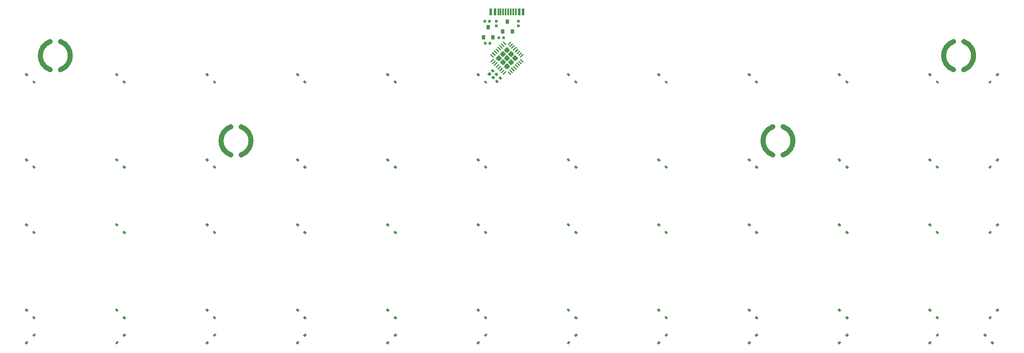
<source format=gbp>
G04 #@! TF.GenerationSoftware,KiCad,Pcbnew,5.1.5+dfsg1-2build2*
G04 #@! TF.CreationDate,2021-05-19T21:40:19+02:00*
G04 #@! TF.ProjectId,ortholinear-keyboard,6f727468-6f6c-4696-9e65-61722d6b6579,rev?*
G04 #@! TF.SameCoordinates,Original*
G04 #@! TF.FileFunction,Paste,Bot*
G04 #@! TF.FilePolarity,Positive*
%FSLAX46Y46*%
G04 Gerber Fmt 4.6, Leading zero omitted, Abs format (unit mm)*
G04 Created by KiCad (PCBNEW 5.1.5+dfsg1-2build2) date 2021-05-19 21:40:19*
%MOMM*%
%LPD*%
G04 APERTURE LIST*
%ADD10C,1.000000*%
%ADD11R,0.800000X0.900000*%
%ADD12C,0.100000*%
%ADD13R,0.600000X0.500000*%
%ADD14R,0.600000X1.450000*%
%ADD15R,0.300000X1.450000*%
%ADD16R,0.500000X0.600000*%
G04 APERTURE END LIST*
D10*
X245979729Y-63687915D02*
G75*
G03X245974000Y-69310000I1020271J-2812085D01*
G01*
X248020271Y-69312085D02*
G75*
G03X248026000Y-63690000I-1020271J2812085D01*
G01*
X212020271Y-86312085D02*
G75*
G03X212026000Y-80690000I-1020271J2812085D01*
G01*
X209979729Y-80687915D02*
G75*
G03X209974000Y-86310000I1020271J-2812085D01*
G01*
X104020271Y-86312085D02*
G75*
G03X104026000Y-80690000I-1020271J2812085D01*
G01*
X101979729Y-80687915D02*
G75*
G03X101974000Y-86310000I1020271J-2812085D01*
G01*
X68020271Y-69312085D02*
G75*
G03X68026000Y-63690000I-1020271J2812085D01*
G01*
X65979729Y-63687915D02*
G75*
G03X65974000Y-69310000I1020271J-2812085D01*
G01*
D11*
X157100000Y-59700000D03*
X156150000Y-61700000D03*
X158050000Y-61700000D03*
X153250000Y-60850000D03*
X152300000Y-62850000D03*
X154200000Y-62850000D03*
D12*
G36*
X157271291Y-69589452D02*
G01*
X157277358Y-69590352D01*
X157283308Y-69591842D01*
X157289083Y-69593909D01*
X157294627Y-69596531D01*
X157299888Y-69599684D01*
X157304815Y-69603338D01*
X157309359Y-69607457D01*
X157839689Y-70137787D01*
X157843808Y-70142331D01*
X157847462Y-70147258D01*
X157850615Y-70152519D01*
X157853237Y-70158063D01*
X157855304Y-70163838D01*
X157856794Y-70169788D01*
X157857694Y-70175855D01*
X157857995Y-70181981D01*
X157857694Y-70188107D01*
X157856794Y-70194174D01*
X157855304Y-70200124D01*
X157853237Y-70205899D01*
X157850615Y-70211443D01*
X157847462Y-70216704D01*
X157843808Y-70221631D01*
X157839689Y-70226175D01*
X157751301Y-70314563D01*
X157746757Y-70318682D01*
X157741830Y-70322336D01*
X157736569Y-70325489D01*
X157731025Y-70328111D01*
X157725250Y-70330178D01*
X157719300Y-70331668D01*
X157713233Y-70332568D01*
X157707107Y-70332869D01*
X157700981Y-70332568D01*
X157694914Y-70331668D01*
X157688964Y-70330178D01*
X157683189Y-70328111D01*
X157677645Y-70325489D01*
X157672384Y-70322336D01*
X157667457Y-70318682D01*
X157662913Y-70314563D01*
X157132583Y-69784233D01*
X157128464Y-69779689D01*
X157124810Y-69774762D01*
X157121657Y-69769501D01*
X157119035Y-69763957D01*
X157116968Y-69758182D01*
X157115478Y-69752232D01*
X157114578Y-69746165D01*
X157114277Y-69740039D01*
X157114578Y-69733913D01*
X157115478Y-69727846D01*
X157116968Y-69721896D01*
X157119035Y-69716121D01*
X157121657Y-69710577D01*
X157124810Y-69705316D01*
X157128464Y-69700389D01*
X157132583Y-69695845D01*
X157220971Y-69607457D01*
X157225515Y-69603338D01*
X157230442Y-69599684D01*
X157235703Y-69596531D01*
X157241247Y-69593909D01*
X157247022Y-69591842D01*
X157252972Y-69590352D01*
X157259039Y-69589452D01*
X157265165Y-69589151D01*
X157271291Y-69589452D01*
G37*
G36*
X157624844Y-69235898D02*
G01*
X157630911Y-69236798D01*
X157636861Y-69238288D01*
X157642636Y-69240355D01*
X157648180Y-69242977D01*
X157653441Y-69246130D01*
X157658368Y-69249784D01*
X157662912Y-69253903D01*
X158193242Y-69784233D01*
X158197361Y-69788777D01*
X158201015Y-69793704D01*
X158204168Y-69798965D01*
X158206790Y-69804509D01*
X158208857Y-69810284D01*
X158210347Y-69816234D01*
X158211247Y-69822301D01*
X158211548Y-69828427D01*
X158211247Y-69834553D01*
X158210347Y-69840620D01*
X158208857Y-69846570D01*
X158206790Y-69852345D01*
X158204168Y-69857889D01*
X158201015Y-69863150D01*
X158197361Y-69868077D01*
X158193242Y-69872621D01*
X158104854Y-69961009D01*
X158100310Y-69965128D01*
X158095383Y-69968782D01*
X158090122Y-69971935D01*
X158084578Y-69974557D01*
X158078803Y-69976624D01*
X158072853Y-69978114D01*
X158066786Y-69979014D01*
X158060660Y-69979315D01*
X158054534Y-69979014D01*
X158048467Y-69978114D01*
X158042517Y-69976624D01*
X158036742Y-69974557D01*
X158031198Y-69971935D01*
X158025937Y-69968782D01*
X158021010Y-69965128D01*
X158016466Y-69961009D01*
X157486136Y-69430679D01*
X157482017Y-69426135D01*
X157478363Y-69421208D01*
X157475210Y-69415947D01*
X157472588Y-69410403D01*
X157470521Y-69404628D01*
X157469031Y-69398678D01*
X157468131Y-69392611D01*
X157467830Y-69386485D01*
X157468131Y-69380359D01*
X157469031Y-69374292D01*
X157470521Y-69368342D01*
X157472588Y-69362567D01*
X157475210Y-69357023D01*
X157478363Y-69351762D01*
X157482017Y-69346835D01*
X157486136Y-69342291D01*
X157574524Y-69253903D01*
X157579068Y-69249784D01*
X157583995Y-69246130D01*
X157589256Y-69242977D01*
X157594800Y-69240355D01*
X157600575Y-69238288D01*
X157606525Y-69236798D01*
X157612592Y-69235898D01*
X157618718Y-69235597D01*
X157624844Y-69235898D01*
G37*
G36*
X157978398Y-68882345D02*
G01*
X157984465Y-68883245D01*
X157990415Y-68884735D01*
X157996190Y-68886802D01*
X158001734Y-68889424D01*
X158006995Y-68892577D01*
X158011922Y-68896231D01*
X158016466Y-68900350D01*
X158546796Y-69430680D01*
X158550915Y-69435224D01*
X158554569Y-69440151D01*
X158557722Y-69445412D01*
X158560344Y-69450956D01*
X158562411Y-69456731D01*
X158563901Y-69462681D01*
X158564801Y-69468748D01*
X158565102Y-69474874D01*
X158564801Y-69481000D01*
X158563901Y-69487067D01*
X158562411Y-69493017D01*
X158560344Y-69498792D01*
X158557722Y-69504336D01*
X158554569Y-69509597D01*
X158550915Y-69514524D01*
X158546796Y-69519068D01*
X158458408Y-69607456D01*
X158453864Y-69611575D01*
X158448937Y-69615229D01*
X158443676Y-69618382D01*
X158438132Y-69621004D01*
X158432357Y-69623071D01*
X158426407Y-69624561D01*
X158420340Y-69625461D01*
X158414214Y-69625762D01*
X158408088Y-69625461D01*
X158402021Y-69624561D01*
X158396071Y-69623071D01*
X158390296Y-69621004D01*
X158384752Y-69618382D01*
X158379491Y-69615229D01*
X158374564Y-69611575D01*
X158370020Y-69607456D01*
X157839690Y-69077126D01*
X157835571Y-69072582D01*
X157831917Y-69067655D01*
X157828764Y-69062394D01*
X157826142Y-69056850D01*
X157824075Y-69051075D01*
X157822585Y-69045125D01*
X157821685Y-69039058D01*
X157821384Y-69032932D01*
X157821685Y-69026806D01*
X157822585Y-69020739D01*
X157824075Y-69014789D01*
X157826142Y-69009014D01*
X157828764Y-69003470D01*
X157831917Y-68998209D01*
X157835571Y-68993282D01*
X157839690Y-68988738D01*
X157928078Y-68900350D01*
X157932622Y-68896231D01*
X157937549Y-68892577D01*
X157942810Y-68889424D01*
X157948354Y-68886802D01*
X157954129Y-68884735D01*
X157960079Y-68883245D01*
X157966146Y-68882345D01*
X157972272Y-68882044D01*
X157978398Y-68882345D01*
G37*
G36*
X158331951Y-68528791D02*
G01*
X158338018Y-68529691D01*
X158343968Y-68531181D01*
X158349743Y-68533248D01*
X158355287Y-68535870D01*
X158360548Y-68539023D01*
X158365475Y-68542677D01*
X158370019Y-68546796D01*
X158900349Y-69077126D01*
X158904468Y-69081670D01*
X158908122Y-69086597D01*
X158911275Y-69091858D01*
X158913897Y-69097402D01*
X158915964Y-69103177D01*
X158917454Y-69109127D01*
X158918354Y-69115194D01*
X158918655Y-69121320D01*
X158918354Y-69127446D01*
X158917454Y-69133513D01*
X158915964Y-69139463D01*
X158913897Y-69145238D01*
X158911275Y-69150782D01*
X158908122Y-69156043D01*
X158904468Y-69160970D01*
X158900349Y-69165514D01*
X158811961Y-69253902D01*
X158807417Y-69258021D01*
X158802490Y-69261675D01*
X158797229Y-69264828D01*
X158791685Y-69267450D01*
X158785910Y-69269517D01*
X158779960Y-69271007D01*
X158773893Y-69271907D01*
X158767767Y-69272208D01*
X158761641Y-69271907D01*
X158755574Y-69271007D01*
X158749624Y-69269517D01*
X158743849Y-69267450D01*
X158738305Y-69264828D01*
X158733044Y-69261675D01*
X158728117Y-69258021D01*
X158723573Y-69253902D01*
X158193243Y-68723572D01*
X158189124Y-68719028D01*
X158185470Y-68714101D01*
X158182317Y-68708840D01*
X158179695Y-68703296D01*
X158177628Y-68697521D01*
X158176138Y-68691571D01*
X158175238Y-68685504D01*
X158174937Y-68679378D01*
X158175238Y-68673252D01*
X158176138Y-68667185D01*
X158177628Y-68661235D01*
X158179695Y-68655460D01*
X158182317Y-68649916D01*
X158185470Y-68644655D01*
X158189124Y-68639728D01*
X158193243Y-68635184D01*
X158281631Y-68546796D01*
X158286175Y-68542677D01*
X158291102Y-68539023D01*
X158296363Y-68535870D01*
X158301907Y-68533248D01*
X158307682Y-68531181D01*
X158313632Y-68529691D01*
X158319699Y-68528791D01*
X158325825Y-68528490D01*
X158331951Y-68528791D01*
G37*
G36*
X158685504Y-68175238D02*
G01*
X158691571Y-68176138D01*
X158697521Y-68177628D01*
X158703296Y-68179695D01*
X158708840Y-68182317D01*
X158714101Y-68185470D01*
X158719028Y-68189124D01*
X158723572Y-68193243D01*
X159253902Y-68723573D01*
X159258021Y-68728117D01*
X159261675Y-68733044D01*
X159264828Y-68738305D01*
X159267450Y-68743849D01*
X159269517Y-68749624D01*
X159271007Y-68755574D01*
X159271907Y-68761641D01*
X159272208Y-68767767D01*
X159271907Y-68773893D01*
X159271007Y-68779960D01*
X159269517Y-68785910D01*
X159267450Y-68791685D01*
X159264828Y-68797229D01*
X159261675Y-68802490D01*
X159258021Y-68807417D01*
X159253902Y-68811961D01*
X159165514Y-68900349D01*
X159160970Y-68904468D01*
X159156043Y-68908122D01*
X159150782Y-68911275D01*
X159145238Y-68913897D01*
X159139463Y-68915964D01*
X159133513Y-68917454D01*
X159127446Y-68918354D01*
X159121320Y-68918655D01*
X159115194Y-68918354D01*
X159109127Y-68917454D01*
X159103177Y-68915964D01*
X159097402Y-68913897D01*
X159091858Y-68911275D01*
X159086597Y-68908122D01*
X159081670Y-68904468D01*
X159077126Y-68900349D01*
X158546796Y-68370019D01*
X158542677Y-68365475D01*
X158539023Y-68360548D01*
X158535870Y-68355287D01*
X158533248Y-68349743D01*
X158531181Y-68343968D01*
X158529691Y-68338018D01*
X158528791Y-68331951D01*
X158528490Y-68325825D01*
X158528791Y-68319699D01*
X158529691Y-68313632D01*
X158531181Y-68307682D01*
X158533248Y-68301907D01*
X158535870Y-68296363D01*
X158539023Y-68291102D01*
X158542677Y-68286175D01*
X158546796Y-68281631D01*
X158635184Y-68193243D01*
X158639728Y-68189124D01*
X158644655Y-68185470D01*
X158649916Y-68182317D01*
X158655460Y-68179695D01*
X158661235Y-68177628D01*
X158667185Y-68176138D01*
X158673252Y-68175238D01*
X158679378Y-68174937D01*
X158685504Y-68175238D01*
G37*
G36*
X159039058Y-67821685D02*
G01*
X159045125Y-67822585D01*
X159051075Y-67824075D01*
X159056850Y-67826142D01*
X159062394Y-67828764D01*
X159067655Y-67831917D01*
X159072582Y-67835571D01*
X159077126Y-67839690D01*
X159607456Y-68370020D01*
X159611575Y-68374564D01*
X159615229Y-68379491D01*
X159618382Y-68384752D01*
X159621004Y-68390296D01*
X159623071Y-68396071D01*
X159624561Y-68402021D01*
X159625461Y-68408088D01*
X159625762Y-68414214D01*
X159625461Y-68420340D01*
X159624561Y-68426407D01*
X159623071Y-68432357D01*
X159621004Y-68438132D01*
X159618382Y-68443676D01*
X159615229Y-68448937D01*
X159611575Y-68453864D01*
X159607456Y-68458408D01*
X159519068Y-68546796D01*
X159514524Y-68550915D01*
X159509597Y-68554569D01*
X159504336Y-68557722D01*
X159498792Y-68560344D01*
X159493017Y-68562411D01*
X159487067Y-68563901D01*
X159481000Y-68564801D01*
X159474874Y-68565102D01*
X159468748Y-68564801D01*
X159462681Y-68563901D01*
X159456731Y-68562411D01*
X159450956Y-68560344D01*
X159445412Y-68557722D01*
X159440151Y-68554569D01*
X159435224Y-68550915D01*
X159430680Y-68546796D01*
X158900350Y-68016466D01*
X158896231Y-68011922D01*
X158892577Y-68006995D01*
X158889424Y-68001734D01*
X158886802Y-67996190D01*
X158884735Y-67990415D01*
X158883245Y-67984465D01*
X158882345Y-67978398D01*
X158882044Y-67972272D01*
X158882345Y-67966146D01*
X158883245Y-67960079D01*
X158884735Y-67954129D01*
X158886802Y-67948354D01*
X158889424Y-67942810D01*
X158892577Y-67937549D01*
X158896231Y-67932622D01*
X158900350Y-67928078D01*
X158988738Y-67839690D01*
X158993282Y-67835571D01*
X158998209Y-67831917D01*
X159003470Y-67828764D01*
X159009014Y-67826142D01*
X159014789Y-67824075D01*
X159020739Y-67822585D01*
X159026806Y-67821685D01*
X159032932Y-67821384D01*
X159039058Y-67821685D01*
G37*
G36*
X159392611Y-67468131D02*
G01*
X159398678Y-67469031D01*
X159404628Y-67470521D01*
X159410403Y-67472588D01*
X159415947Y-67475210D01*
X159421208Y-67478363D01*
X159426135Y-67482017D01*
X159430679Y-67486136D01*
X159961009Y-68016466D01*
X159965128Y-68021010D01*
X159968782Y-68025937D01*
X159971935Y-68031198D01*
X159974557Y-68036742D01*
X159976624Y-68042517D01*
X159978114Y-68048467D01*
X159979014Y-68054534D01*
X159979315Y-68060660D01*
X159979014Y-68066786D01*
X159978114Y-68072853D01*
X159976624Y-68078803D01*
X159974557Y-68084578D01*
X159971935Y-68090122D01*
X159968782Y-68095383D01*
X159965128Y-68100310D01*
X159961009Y-68104854D01*
X159872621Y-68193242D01*
X159868077Y-68197361D01*
X159863150Y-68201015D01*
X159857889Y-68204168D01*
X159852345Y-68206790D01*
X159846570Y-68208857D01*
X159840620Y-68210347D01*
X159834553Y-68211247D01*
X159828427Y-68211548D01*
X159822301Y-68211247D01*
X159816234Y-68210347D01*
X159810284Y-68208857D01*
X159804509Y-68206790D01*
X159798965Y-68204168D01*
X159793704Y-68201015D01*
X159788777Y-68197361D01*
X159784233Y-68193242D01*
X159253903Y-67662912D01*
X159249784Y-67658368D01*
X159246130Y-67653441D01*
X159242977Y-67648180D01*
X159240355Y-67642636D01*
X159238288Y-67636861D01*
X159236798Y-67630911D01*
X159235898Y-67624844D01*
X159235597Y-67618718D01*
X159235898Y-67612592D01*
X159236798Y-67606525D01*
X159238288Y-67600575D01*
X159240355Y-67594800D01*
X159242977Y-67589256D01*
X159246130Y-67583995D01*
X159249784Y-67579068D01*
X159253903Y-67574524D01*
X159342291Y-67486136D01*
X159346835Y-67482017D01*
X159351762Y-67478363D01*
X159357023Y-67475210D01*
X159362567Y-67472588D01*
X159368342Y-67470521D01*
X159374292Y-67469031D01*
X159380359Y-67468131D01*
X159386485Y-67467830D01*
X159392611Y-67468131D01*
G37*
G36*
X159746165Y-67114578D02*
G01*
X159752232Y-67115478D01*
X159758182Y-67116968D01*
X159763957Y-67119035D01*
X159769501Y-67121657D01*
X159774762Y-67124810D01*
X159779689Y-67128464D01*
X159784233Y-67132583D01*
X160314563Y-67662913D01*
X160318682Y-67667457D01*
X160322336Y-67672384D01*
X160325489Y-67677645D01*
X160328111Y-67683189D01*
X160330178Y-67688964D01*
X160331668Y-67694914D01*
X160332568Y-67700981D01*
X160332869Y-67707107D01*
X160332568Y-67713233D01*
X160331668Y-67719300D01*
X160330178Y-67725250D01*
X160328111Y-67731025D01*
X160325489Y-67736569D01*
X160322336Y-67741830D01*
X160318682Y-67746757D01*
X160314563Y-67751301D01*
X160226175Y-67839689D01*
X160221631Y-67843808D01*
X160216704Y-67847462D01*
X160211443Y-67850615D01*
X160205899Y-67853237D01*
X160200124Y-67855304D01*
X160194174Y-67856794D01*
X160188107Y-67857694D01*
X160181981Y-67857995D01*
X160175855Y-67857694D01*
X160169788Y-67856794D01*
X160163838Y-67855304D01*
X160158063Y-67853237D01*
X160152519Y-67850615D01*
X160147258Y-67847462D01*
X160142331Y-67843808D01*
X160137787Y-67839689D01*
X159607457Y-67309359D01*
X159603338Y-67304815D01*
X159599684Y-67299888D01*
X159596531Y-67294627D01*
X159593909Y-67289083D01*
X159591842Y-67283308D01*
X159590352Y-67277358D01*
X159589452Y-67271291D01*
X159589151Y-67265165D01*
X159589452Y-67259039D01*
X159590352Y-67252972D01*
X159591842Y-67247022D01*
X159593909Y-67241247D01*
X159596531Y-67235703D01*
X159599684Y-67230442D01*
X159603338Y-67225515D01*
X159607457Y-67220971D01*
X159695845Y-67132583D01*
X159700389Y-67128464D01*
X159705316Y-67124810D01*
X159710577Y-67121657D01*
X159716121Y-67119035D01*
X159721896Y-67116968D01*
X159727846Y-67115478D01*
X159733913Y-67114578D01*
X159740039Y-67114277D01*
X159746165Y-67114578D01*
G37*
G36*
X160188107Y-66142306D02*
G01*
X160194174Y-66143206D01*
X160200124Y-66144696D01*
X160205899Y-66146763D01*
X160211443Y-66149385D01*
X160216704Y-66152538D01*
X160221631Y-66156192D01*
X160226175Y-66160311D01*
X160314563Y-66248699D01*
X160318682Y-66253243D01*
X160322336Y-66258170D01*
X160325489Y-66263431D01*
X160328111Y-66268975D01*
X160330178Y-66274750D01*
X160331668Y-66280700D01*
X160332568Y-66286767D01*
X160332869Y-66292893D01*
X160332568Y-66299019D01*
X160331668Y-66305086D01*
X160330178Y-66311036D01*
X160328111Y-66316811D01*
X160325489Y-66322355D01*
X160322336Y-66327616D01*
X160318682Y-66332543D01*
X160314563Y-66337087D01*
X159784233Y-66867417D01*
X159779689Y-66871536D01*
X159774762Y-66875190D01*
X159769501Y-66878343D01*
X159763957Y-66880965D01*
X159758182Y-66883032D01*
X159752232Y-66884522D01*
X159746165Y-66885422D01*
X159740039Y-66885723D01*
X159733913Y-66885422D01*
X159727846Y-66884522D01*
X159721896Y-66883032D01*
X159716121Y-66880965D01*
X159710577Y-66878343D01*
X159705316Y-66875190D01*
X159700389Y-66871536D01*
X159695845Y-66867417D01*
X159607457Y-66779029D01*
X159603338Y-66774485D01*
X159599684Y-66769558D01*
X159596531Y-66764297D01*
X159593909Y-66758753D01*
X159591842Y-66752978D01*
X159590352Y-66747028D01*
X159589452Y-66740961D01*
X159589151Y-66734835D01*
X159589452Y-66728709D01*
X159590352Y-66722642D01*
X159591842Y-66716692D01*
X159593909Y-66710917D01*
X159596531Y-66705373D01*
X159599684Y-66700112D01*
X159603338Y-66695185D01*
X159607457Y-66690641D01*
X160137787Y-66160311D01*
X160142331Y-66156192D01*
X160147258Y-66152538D01*
X160152519Y-66149385D01*
X160158063Y-66146763D01*
X160163838Y-66144696D01*
X160169788Y-66143206D01*
X160175855Y-66142306D01*
X160181981Y-66142005D01*
X160188107Y-66142306D01*
G37*
G36*
X159834553Y-65788753D02*
G01*
X159840620Y-65789653D01*
X159846570Y-65791143D01*
X159852345Y-65793210D01*
X159857889Y-65795832D01*
X159863150Y-65798985D01*
X159868077Y-65802639D01*
X159872621Y-65806758D01*
X159961009Y-65895146D01*
X159965128Y-65899690D01*
X159968782Y-65904617D01*
X159971935Y-65909878D01*
X159974557Y-65915422D01*
X159976624Y-65921197D01*
X159978114Y-65927147D01*
X159979014Y-65933214D01*
X159979315Y-65939340D01*
X159979014Y-65945466D01*
X159978114Y-65951533D01*
X159976624Y-65957483D01*
X159974557Y-65963258D01*
X159971935Y-65968802D01*
X159968782Y-65974063D01*
X159965128Y-65978990D01*
X159961009Y-65983534D01*
X159430679Y-66513864D01*
X159426135Y-66517983D01*
X159421208Y-66521637D01*
X159415947Y-66524790D01*
X159410403Y-66527412D01*
X159404628Y-66529479D01*
X159398678Y-66530969D01*
X159392611Y-66531869D01*
X159386485Y-66532170D01*
X159380359Y-66531869D01*
X159374292Y-66530969D01*
X159368342Y-66529479D01*
X159362567Y-66527412D01*
X159357023Y-66524790D01*
X159351762Y-66521637D01*
X159346835Y-66517983D01*
X159342291Y-66513864D01*
X159253903Y-66425476D01*
X159249784Y-66420932D01*
X159246130Y-66416005D01*
X159242977Y-66410744D01*
X159240355Y-66405200D01*
X159238288Y-66399425D01*
X159236798Y-66393475D01*
X159235898Y-66387408D01*
X159235597Y-66381282D01*
X159235898Y-66375156D01*
X159236798Y-66369089D01*
X159238288Y-66363139D01*
X159240355Y-66357364D01*
X159242977Y-66351820D01*
X159246130Y-66346559D01*
X159249784Y-66341632D01*
X159253903Y-66337088D01*
X159784233Y-65806758D01*
X159788777Y-65802639D01*
X159793704Y-65798985D01*
X159798965Y-65795832D01*
X159804509Y-65793210D01*
X159810284Y-65791143D01*
X159816234Y-65789653D01*
X159822301Y-65788753D01*
X159828427Y-65788452D01*
X159834553Y-65788753D01*
G37*
G36*
X159481000Y-65435199D02*
G01*
X159487067Y-65436099D01*
X159493017Y-65437589D01*
X159498792Y-65439656D01*
X159504336Y-65442278D01*
X159509597Y-65445431D01*
X159514524Y-65449085D01*
X159519068Y-65453204D01*
X159607456Y-65541592D01*
X159611575Y-65546136D01*
X159615229Y-65551063D01*
X159618382Y-65556324D01*
X159621004Y-65561868D01*
X159623071Y-65567643D01*
X159624561Y-65573593D01*
X159625461Y-65579660D01*
X159625762Y-65585786D01*
X159625461Y-65591912D01*
X159624561Y-65597979D01*
X159623071Y-65603929D01*
X159621004Y-65609704D01*
X159618382Y-65615248D01*
X159615229Y-65620509D01*
X159611575Y-65625436D01*
X159607456Y-65629980D01*
X159077126Y-66160310D01*
X159072582Y-66164429D01*
X159067655Y-66168083D01*
X159062394Y-66171236D01*
X159056850Y-66173858D01*
X159051075Y-66175925D01*
X159045125Y-66177415D01*
X159039058Y-66178315D01*
X159032932Y-66178616D01*
X159026806Y-66178315D01*
X159020739Y-66177415D01*
X159014789Y-66175925D01*
X159009014Y-66173858D01*
X159003470Y-66171236D01*
X158998209Y-66168083D01*
X158993282Y-66164429D01*
X158988738Y-66160310D01*
X158900350Y-66071922D01*
X158896231Y-66067378D01*
X158892577Y-66062451D01*
X158889424Y-66057190D01*
X158886802Y-66051646D01*
X158884735Y-66045871D01*
X158883245Y-66039921D01*
X158882345Y-66033854D01*
X158882044Y-66027728D01*
X158882345Y-66021602D01*
X158883245Y-66015535D01*
X158884735Y-66009585D01*
X158886802Y-66003810D01*
X158889424Y-65998266D01*
X158892577Y-65993005D01*
X158896231Y-65988078D01*
X158900350Y-65983534D01*
X159430680Y-65453204D01*
X159435224Y-65449085D01*
X159440151Y-65445431D01*
X159445412Y-65442278D01*
X159450956Y-65439656D01*
X159456731Y-65437589D01*
X159462681Y-65436099D01*
X159468748Y-65435199D01*
X159474874Y-65434898D01*
X159481000Y-65435199D01*
G37*
G36*
X159127446Y-65081646D02*
G01*
X159133513Y-65082546D01*
X159139463Y-65084036D01*
X159145238Y-65086103D01*
X159150782Y-65088725D01*
X159156043Y-65091878D01*
X159160970Y-65095532D01*
X159165514Y-65099651D01*
X159253902Y-65188039D01*
X159258021Y-65192583D01*
X159261675Y-65197510D01*
X159264828Y-65202771D01*
X159267450Y-65208315D01*
X159269517Y-65214090D01*
X159271007Y-65220040D01*
X159271907Y-65226107D01*
X159272208Y-65232233D01*
X159271907Y-65238359D01*
X159271007Y-65244426D01*
X159269517Y-65250376D01*
X159267450Y-65256151D01*
X159264828Y-65261695D01*
X159261675Y-65266956D01*
X159258021Y-65271883D01*
X159253902Y-65276427D01*
X158723572Y-65806757D01*
X158719028Y-65810876D01*
X158714101Y-65814530D01*
X158708840Y-65817683D01*
X158703296Y-65820305D01*
X158697521Y-65822372D01*
X158691571Y-65823862D01*
X158685504Y-65824762D01*
X158679378Y-65825063D01*
X158673252Y-65824762D01*
X158667185Y-65823862D01*
X158661235Y-65822372D01*
X158655460Y-65820305D01*
X158649916Y-65817683D01*
X158644655Y-65814530D01*
X158639728Y-65810876D01*
X158635184Y-65806757D01*
X158546796Y-65718369D01*
X158542677Y-65713825D01*
X158539023Y-65708898D01*
X158535870Y-65703637D01*
X158533248Y-65698093D01*
X158531181Y-65692318D01*
X158529691Y-65686368D01*
X158528791Y-65680301D01*
X158528490Y-65674175D01*
X158528791Y-65668049D01*
X158529691Y-65661982D01*
X158531181Y-65656032D01*
X158533248Y-65650257D01*
X158535870Y-65644713D01*
X158539023Y-65639452D01*
X158542677Y-65634525D01*
X158546796Y-65629981D01*
X159077126Y-65099651D01*
X159081670Y-65095532D01*
X159086597Y-65091878D01*
X159091858Y-65088725D01*
X159097402Y-65086103D01*
X159103177Y-65084036D01*
X159109127Y-65082546D01*
X159115194Y-65081646D01*
X159121320Y-65081345D01*
X159127446Y-65081646D01*
G37*
G36*
X158773893Y-64728093D02*
G01*
X158779960Y-64728993D01*
X158785910Y-64730483D01*
X158791685Y-64732550D01*
X158797229Y-64735172D01*
X158802490Y-64738325D01*
X158807417Y-64741979D01*
X158811961Y-64746098D01*
X158900349Y-64834486D01*
X158904468Y-64839030D01*
X158908122Y-64843957D01*
X158911275Y-64849218D01*
X158913897Y-64854762D01*
X158915964Y-64860537D01*
X158917454Y-64866487D01*
X158918354Y-64872554D01*
X158918655Y-64878680D01*
X158918354Y-64884806D01*
X158917454Y-64890873D01*
X158915964Y-64896823D01*
X158913897Y-64902598D01*
X158911275Y-64908142D01*
X158908122Y-64913403D01*
X158904468Y-64918330D01*
X158900349Y-64922874D01*
X158370019Y-65453204D01*
X158365475Y-65457323D01*
X158360548Y-65460977D01*
X158355287Y-65464130D01*
X158349743Y-65466752D01*
X158343968Y-65468819D01*
X158338018Y-65470309D01*
X158331951Y-65471209D01*
X158325825Y-65471510D01*
X158319699Y-65471209D01*
X158313632Y-65470309D01*
X158307682Y-65468819D01*
X158301907Y-65466752D01*
X158296363Y-65464130D01*
X158291102Y-65460977D01*
X158286175Y-65457323D01*
X158281631Y-65453204D01*
X158193243Y-65364816D01*
X158189124Y-65360272D01*
X158185470Y-65355345D01*
X158182317Y-65350084D01*
X158179695Y-65344540D01*
X158177628Y-65338765D01*
X158176138Y-65332815D01*
X158175238Y-65326748D01*
X158174937Y-65320622D01*
X158175238Y-65314496D01*
X158176138Y-65308429D01*
X158177628Y-65302479D01*
X158179695Y-65296704D01*
X158182317Y-65291160D01*
X158185470Y-65285899D01*
X158189124Y-65280972D01*
X158193243Y-65276428D01*
X158723573Y-64746098D01*
X158728117Y-64741979D01*
X158733044Y-64738325D01*
X158738305Y-64735172D01*
X158743849Y-64732550D01*
X158749624Y-64730483D01*
X158755574Y-64728993D01*
X158761641Y-64728093D01*
X158767767Y-64727792D01*
X158773893Y-64728093D01*
G37*
G36*
X158420340Y-64374539D02*
G01*
X158426407Y-64375439D01*
X158432357Y-64376929D01*
X158438132Y-64378996D01*
X158443676Y-64381618D01*
X158448937Y-64384771D01*
X158453864Y-64388425D01*
X158458408Y-64392544D01*
X158546796Y-64480932D01*
X158550915Y-64485476D01*
X158554569Y-64490403D01*
X158557722Y-64495664D01*
X158560344Y-64501208D01*
X158562411Y-64506983D01*
X158563901Y-64512933D01*
X158564801Y-64519000D01*
X158565102Y-64525126D01*
X158564801Y-64531252D01*
X158563901Y-64537319D01*
X158562411Y-64543269D01*
X158560344Y-64549044D01*
X158557722Y-64554588D01*
X158554569Y-64559849D01*
X158550915Y-64564776D01*
X158546796Y-64569320D01*
X158016466Y-65099650D01*
X158011922Y-65103769D01*
X158006995Y-65107423D01*
X158001734Y-65110576D01*
X157996190Y-65113198D01*
X157990415Y-65115265D01*
X157984465Y-65116755D01*
X157978398Y-65117655D01*
X157972272Y-65117956D01*
X157966146Y-65117655D01*
X157960079Y-65116755D01*
X157954129Y-65115265D01*
X157948354Y-65113198D01*
X157942810Y-65110576D01*
X157937549Y-65107423D01*
X157932622Y-65103769D01*
X157928078Y-65099650D01*
X157839690Y-65011262D01*
X157835571Y-65006718D01*
X157831917Y-65001791D01*
X157828764Y-64996530D01*
X157826142Y-64990986D01*
X157824075Y-64985211D01*
X157822585Y-64979261D01*
X157821685Y-64973194D01*
X157821384Y-64967068D01*
X157821685Y-64960942D01*
X157822585Y-64954875D01*
X157824075Y-64948925D01*
X157826142Y-64943150D01*
X157828764Y-64937606D01*
X157831917Y-64932345D01*
X157835571Y-64927418D01*
X157839690Y-64922874D01*
X158370020Y-64392544D01*
X158374564Y-64388425D01*
X158379491Y-64384771D01*
X158384752Y-64381618D01*
X158390296Y-64378996D01*
X158396071Y-64376929D01*
X158402021Y-64375439D01*
X158408088Y-64374539D01*
X158414214Y-64374238D01*
X158420340Y-64374539D01*
G37*
G36*
X158066786Y-64020986D02*
G01*
X158072853Y-64021886D01*
X158078803Y-64023376D01*
X158084578Y-64025443D01*
X158090122Y-64028065D01*
X158095383Y-64031218D01*
X158100310Y-64034872D01*
X158104854Y-64038991D01*
X158193242Y-64127379D01*
X158197361Y-64131923D01*
X158201015Y-64136850D01*
X158204168Y-64142111D01*
X158206790Y-64147655D01*
X158208857Y-64153430D01*
X158210347Y-64159380D01*
X158211247Y-64165447D01*
X158211548Y-64171573D01*
X158211247Y-64177699D01*
X158210347Y-64183766D01*
X158208857Y-64189716D01*
X158206790Y-64195491D01*
X158204168Y-64201035D01*
X158201015Y-64206296D01*
X158197361Y-64211223D01*
X158193242Y-64215767D01*
X157662912Y-64746097D01*
X157658368Y-64750216D01*
X157653441Y-64753870D01*
X157648180Y-64757023D01*
X157642636Y-64759645D01*
X157636861Y-64761712D01*
X157630911Y-64763202D01*
X157624844Y-64764102D01*
X157618718Y-64764403D01*
X157612592Y-64764102D01*
X157606525Y-64763202D01*
X157600575Y-64761712D01*
X157594800Y-64759645D01*
X157589256Y-64757023D01*
X157583995Y-64753870D01*
X157579068Y-64750216D01*
X157574524Y-64746097D01*
X157486136Y-64657709D01*
X157482017Y-64653165D01*
X157478363Y-64648238D01*
X157475210Y-64642977D01*
X157472588Y-64637433D01*
X157470521Y-64631658D01*
X157469031Y-64625708D01*
X157468131Y-64619641D01*
X157467830Y-64613515D01*
X157468131Y-64607389D01*
X157469031Y-64601322D01*
X157470521Y-64595372D01*
X157472588Y-64589597D01*
X157475210Y-64584053D01*
X157478363Y-64578792D01*
X157482017Y-64573865D01*
X157486136Y-64569321D01*
X158016466Y-64038991D01*
X158021010Y-64034872D01*
X158025937Y-64031218D01*
X158031198Y-64028065D01*
X158036742Y-64025443D01*
X158042517Y-64023376D01*
X158048467Y-64021886D01*
X158054534Y-64020986D01*
X158060660Y-64020685D01*
X158066786Y-64020986D01*
G37*
G36*
X157713233Y-63667432D02*
G01*
X157719300Y-63668332D01*
X157725250Y-63669822D01*
X157731025Y-63671889D01*
X157736569Y-63674511D01*
X157741830Y-63677664D01*
X157746757Y-63681318D01*
X157751301Y-63685437D01*
X157839689Y-63773825D01*
X157843808Y-63778369D01*
X157847462Y-63783296D01*
X157850615Y-63788557D01*
X157853237Y-63794101D01*
X157855304Y-63799876D01*
X157856794Y-63805826D01*
X157857694Y-63811893D01*
X157857995Y-63818019D01*
X157857694Y-63824145D01*
X157856794Y-63830212D01*
X157855304Y-63836162D01*
X157853237Y-63841937D01*
X157850615Y-63847481D01*
X157847462Y-63852742D01*
X157843808Y-63857669D01*
X157839689Y-63862213D01*
X157309359Y-64392543D01*
X157304815Y-64396662D01*
X157299888Y-64400316D01*
X157294627Y-64403469D01*
X157289083Y-64406091D01*
X157283308Y-64408158D01*
X157277358Y-64409648D01*
X157271291Y-64410548D01*
X157265165Y-64410849D01*
X157259039Y-64410548D01*
X157252972Y-64409648D01*
X157247022Y-64408158D01*
X157241247Y-64406091D01*
X157235703Y-64403469D01*
X157230442Y-64400316D01*
X157225515Y-64396662D01*
X157220971Y-64392543D01*
X157132583Y-64304155D01*
X157128464Y-64299611D01*
X157124810Y-64294684D01*
X157121657Y-64289423D01*
X157119035Y-64283879D01*
X157116968Y-64278104D01*
X157115478Y-64272154D01*
X157114578Y-64266087D01*
X157114277Y-64259961D01*
X157114578Y-64253835D01*
X157115478Y-64247768D01*
X157116968Y-64241818D01*
X157119035Y-64236043D01*
X157121657Y-64230499D01*
X157124810Y-64225238D01*
X157128464Y-64220311D01*
X157132583Y-64215767D01*
X157662913Y-63685437D01*
X157667457Y-63681318D01*
X157672384Y-63677664D01*
X157677645Y-63674511D01*
X157683189Y-63671889D01*
X157688964Y-63669822D01*
X157694914Y-63668332D01*
X157700981Y-63667432D01*
X157707107Y-63667131D01*
X157713233Y-63667432D01*
G37*
G36*
X156299019Y-63667432D02*
G01*
X156305086Y-63668332D01*
X156311036Y-63669822D01*
X156316811Y-63671889D01*
X156322355Y-63674511D01*
X156327616Y-63677664D01*
X156332543Y-63681318D01*
X156337087Y-63685437D01*
X156867417Y-64215767D01*
X156871536Y-64220311D01*
X156875190Y-64225238D01*
X156878343Y-64230499D01*
X156880965Y-64236043D01*
X156883032Y-64241818D01*
X156884522Y-64247768D01*
X156885422Y-64253835D01*
X156885723Y-64259961D01*
X156885422Y-64266087D01*
X156884522Y-64272154D01*
X156883032Y-64278104D01*
X156880965Y-64283879D01*
X156878343Y-64289423D01*
X156875190Y-64294684D01*
X156871536Y-64299611D01*
X156867417Y-64304155D01*
X156779029Y-64392543D01*
X156774485Y-64396662D01*
X156769558Y-64400316D01*
X156764297Y-64403469D01*
X156758753Y-64406091D01*
X156752978Y-64408158D01*
X156747028Y-64409648D01*
X156740961Y-64410548D01*
X156734835Y-64410849D01*
X156728709Y-64410548D01*
X156722642Y-64409648D01*
X156716692Y-64408158D01*
X156710917Y-64406091D01*
X156705373Y-64403469D01*
X156700112Y-64400316D01*
X156695185Y-64396662D01*
X156690641Y-64392543D01*
X156160311Y-63862213D01*
X156156192Y-63857669D01*
X156152538Y-63852742D01*
X156149385Y-63847481D01*
X156146763Y-63841937D01*
X156144696Y-63836162D01*
X156143206Y-63830212D01*
X156142306Y-63824145D01*
X156142005Y-63818019D01*
X156142306Y-63811893D01*
X156143206Y-63805826D01*
X156144696Y-63799876D01*
X156146763Y-63794101D01*
X156149385Y-63788557D01*
X156152538Y-63783296D01*
X156156192Y-63778369D01*
X156160311Y-63773825D01*
X156248699Y-63685437D01*
X156253243Y-63681318D01*
X156258170Y-63677664D01*
X156263431Y-63674511D01*
X156268975Y-63671889D01*
X156274750Y-63669822D01*
X156280700Y-63668332D01*
X156286767Y-63667432D01*
X156292893Y-63667131D01*
X156299019Y-63667432D01*
G37*
G36*
X155945466Y-64020986D02*
G01*
X155951533Y-64021886D01*
X155957483Y-64023376D01*
X155963258Y-64025443D01*
X155968802Y-64028065D01*
X155974063Y-64031218D01*
X155978990Y-64034872D01*
X155983534Y-64038991D01*
X156513864Y-64569321D01*
X156517983Y-64573865D01*
X156521637Y-64578792D01*
X156524790Y-64584053D01*
X156527412Y-64589597D01*
X156529479Y-64595372D01*
X156530969Y-64601322D01*
X156531869Y-64607389D01*
X156532170Y-64613515D01*
X156531869Y-64619641D01*
X156530969Y-64625708D01*
X156529479Y-64631658D01*
X156527412Y-64637433D01*
X156524790Y-64642977D01*
X156521637Y-64648238D01*
X156517983Y-64653165D01*
X156513864Y-64657709D01*
X156425476Y-64746097D01*
X156420932Y-64750216D01*
X156416005Y-64753870D01*
X156410744Y-64757023D01*
X156405200Y-64759645D01*
X156399425Y-64761712D01*
X156393475Y-64763202D01*
X156387408Y-64764102D01*
X156381282Y-64764403D01*
X156375156Y-64764102D01*
X156369089Y-64763202D01*
X156363139Y-64761712D01*
X156357364Y-64759645D01*
X156351820Y-64757023D01*
X156346559Y-64753870D01*
X156341632Y-64750216D01*
X156337088Y-64746097D01*
X155806758Y-64215767D01*
X155802639Y-64211223D01*
X155798985Y-64206296D01*
X155795832Y-64201035D01*
X155793210Y-64195491D01*
X155791143Y-64189716D01*
X155789653Y-64183766D01*
X155788753Y-64177699D01*
X155788452Y-64171573D01*
X155788753Y-64165447D01*
X155789653Y-64159380D01*
X155791143Y-64153430D01*
X155793210Y-64147655D01*
X155795832Y-64142111D01*
X155798985Y-64136850D01*
X155802639Y-64131923D01*
X155806758Y-64127379D01*
X155895146Y-64038991D01*
X155899690Y-64034872D01*
X155904617Y-64031218D01*
X155909878Y-64028065D01*
X155915422Y-64025443D01*
X155921197Y-64023376D01*
X155927147Y-64021886D01*
X155933214Y-64020986D01*
X155939340Y-64020685D01*
X155945466Y-64020986D01*
G37*
G36*
X155591912Y-64374539D02*
G01*
X155597979Y-64375439D01*
X155603929Y-64376929D01*
X155609704Y-64378996D01*
X155615248Y-64381618D01*
X155620509Y-64384771D01*
X155625436Y-64388425D01*
X155629980Y-64392544D01*
X156160310Y-64922874D01*
X156164429Y-64927418D01*
X156168083Y-64932345D01*
X156171236Y-64937606D01*
X156173858Y-64943150D01*
X156175925Y-64948925D01*
X156177415Y-64954875D01*
X156178315Y-64960942D01*
X156178616Y-64967068D01*
X156178315Y-64973194D01*
X156177415Y-64979261D01*
X156175925Y-64985211D01*
X156173858Y-64990986D01*
X156171236Y-64996530D01*
X156168083Y-65001791D01*
X156164429Y-65006718D01*
X156160310Y-65011262D01*
X156071922Y-65099650D01*
X156067378Y-65103769D01*
X156062451Y-65107423D01*
X156057190Y-65110576D01*
X156051646Y-65113198D01*
X156045871Y-65115265D01*
X156039921Y-65116755D01*
X156033854Y-65117655D01*
X156027728Y-65117956D01*
X156021602Y-65117655D01*
X156015535Y-65116755D01*
X156009585Y-65115265D01*
X156003810Y-65113198D01*
X155998266Y-65110576D01*
X155993005Y-65107423D01*
X155988078Y-65103769D01*
X155983534Y-65099650D01*
X155453204Y-64569320D01*
X155449085Y-64564776D01*
X155445431Y-64559849D01*
X155442278Y-64554588D01*
X155439656Y-64549044D01*
X155437589Y-64543269D01*
X155436099Y-64537319D01*
X155435199Y-64531252D01*
X155434898Y-64525126D01*
X155435199Y-64519000D01*
X155436099Y-64512933D01*
X155437589Y-64506983D01*
X155439656Y-64501208D01*
X155442278Y-64495664D01*
X155445431Y-64490403D01*
X155449085Y-64485476D01*
X155453204Y-64480932D01*
X155541592Y-64392544D01*
X155546136Y-64388425D01*
X155551063Y-64384771D01*
X155556324Y-64381618D01*
X155561868Y-64378996D01*
X155567643Y-64376929D01*
X155573593Y-64375439D01*
X155579660Y-64374539D01*
X155585786Y-64374238D01*
X155591912Y-64374539D01*
G37*
G36*
X155238359Y-64728093D02*
G01*
X155244426Y-64728993D01*
X155250376Y-64730483D01*
X155256151Y-64732550D01*
X155261695Y-64735172D01*
X155266956Y-64738325D01*
X155271883Y-64741979D01*
X155276427Y-64746098D01*
X155806757Y-65276428D01*
X155810876Y-65280972D01*
X155814530Y-65285899D01*
X155817683Y-65291160D01*
X155820305Y-65296704D01*
X155822372Y-65302479D01*
X155823862Y-65308429D01*
X155824762Y-65314496D01*
X155825063Y-65320622D01*
X155824762Y-65326748D01*
X155823862Y-65332815D01*
X155822372Y-65338765D01*
X155820305Y-65344540D01*
X155817683Y-65350084D01*
X155814530Y-65355345D01*
X155810876Y-65360272D01*
X155806757Y-65364816D01*
X155718369Y-65453204D01*
X155713825Y-65457323D01*
X155708898Y-65460977D01*
X155703637Y-65464130D01*
X155698093Y-65466752D01*
X155692318Y-65468819D01*
X155686368Y-65470309D01*
X155680301Y-65471209D01*
X155674175Y-65471510D01*
X155668049Y-65471209D01*
X155661982Y-65470309D01*
X155656032Y-65468819D01*
X155650257Y-65466752D01*
X155644713Y-65464130D01*
X155639452Y-65460977D01*
X155634525Y-65457323D01*
X155629981Y-65453204D01*
X155099651Y-64922874D01*
X155095532Y-64918330D01*
X155091878Y-64913403D01*
X155088725Y-64908142D01*
X155086103Y-64902598D01*
X155084036Y-64896823D01*
X155082546Y-64890873D01*
X155081646Y-64884806D01*
X155081345Y-64878680D01*
X155081646Y-64872554D01*
X155082546Y-64866487D01*
X155084036Y-64860537D01*
X155086103Y-64854762D01*
X155088725Y-64849218D01*
X155091878Y-64843957D01*
X155095532Y-64839030D01*
X155099651Y-64834486D01*
X155188039Y-64746098D01*
X155192583Y-64741979D01*
X155197510Y-64738325D01*
X155202771Y-64735172D01*
X155208315Y-64732550D01*
X155214090Y-64730483D01*
X155220040Y-64728993D01*
X155226107Y-64728093D01*
X155232233Y-64727792D01*
X155238359Y-64728093D01*
G37*
G36*
X154884806Y-65081646D02*
G01*
X154890873Y-65082546D01*
X154896823Y-65084036D01*
X154902598Y-65086103D01*
X154908142Y-65088725D01*
X154913403Y-65091878D01*
X154918330Y-65095532D01*
X154922874Y-65099651D01*
X155453204Y-65629981D01*
X155457323Y-65634525D01*
X155460977Y-65639452D01*
X155464130Y-65644713D01*
X155466752Y-65650257D01*
X155468819Y-65656032D01*
X155470309Y-65661982D01*
X155471209Y-65668049D01*
X155471510Y-65674175D01*
X155471209Y-65680301D01*
X155470309Y-65686368D01*
X155468819Y-65692318D01*
X155466752Y-65698093D01*
X155464130Y-65703637D01*
X155460977Y-65708898D01*
X155457323Y-65713825D01*
X155453204Y-65718369D01*
X155364816Y-65806757D01*
X155360272Y-65810876D01*
X155355345Y-65814530D01*
X155350084Y-65817683D01*
X155344540Y-65820305D01*
X155338765Y-65822372D01*
X155332815Y-65823862D01*
X155326748Y-65824762D01*
X155320622Y-65825063D01*
X155314496Y-65824762D01*
X155308429Y-65823862D01*
X155302479Y-65822372D01*
X155296704Y-65820305D01*
X155291160Y-65817683D01*
X155285899Y-65814530D01*
X155280972Y-65810876D01*
X155276428Y-65806757D01*
X154746098Y-65276427D01*
X154741979Y-65271883D01*
X154738325Y-65266956D01*
X154735172Y-65261695D01*
X154732550Y-65256151D01*
X154730483Y-65250376D01*
X154728993Y-65244426D01*
X154728093Y-65238359D01*
X154727792Y-65232233D01*
X154728093Y-65226107D01*
X154728993Y-65220040D01*
X154730483Y-65214090D01*
X154732550Y-65208315D01*
X154735172Y-65202771D01*
X154738325Y-65197510D01*
X154741979Y-65192583D01*
X154746098Y-65188039D01*
X154834486Y-65099651D01*
X154839030Y-65095532D01*
X154843957Y-65091878D01*
X154849218Y-65088725D01*
X154854762Y-65086103D01*
X154860537Y-65084036D01*
X154866487Y-65082546D01*
X154872554Y-65081646D01*
X154878680Y-65081345D01*
X154884806Y-65081646D01*
G37*
G36*
X154531252Y-65435199D02*
G01*
X154537319Y-65436099D01*
X154543269Y-65437589D01*
X154549044Y-65439656D01*
X154554588Y-65442278D01*
X154559849Y-65445431D01*
X154564776Y-65449085D01*
X154569320Y-65453204D01*
X155099650Y-65983534D01*
X155103769Y-65988078D01*
X155107423Y-65993005D01*
X155110576Y-65998266D01*
X155113198Y-66003810D01*
X155115265Y-66009585D01*
X155116755Y-66015535D01*
X155117655Y-66021602D01*
X155117956Y-66027728D01*
X155117655Y-66033854D01*
X155116755Y-66039921D01*
X155115265Y-66045871D01*
X155113198Y-66051646D01*
X155110576Y-66057190D01*
X155107423Y-66062451D01*
X155103769Y-66067378D01*
X155099650Y-66071922D01*
X155011262Y-66160310D01*
X155006718Y-66164429D01*
X155001791Y-66168083D01*
X154996530Y-66171236D01*
X154990986Y-66173858D01*
X154985211Y-66175925D01*
X154979261Y-66177415D01*
X154973194Y-66178315D01*
X154967068Y-66178616D01*
X154960942Y-66178315D01*
X154954875Y-66177415D01*
X154948925Y-66175925D01*
X154943150Y-66173858D01*
X154937606Y-66171236D01*
X154932345Y-66168083D01*
X154927418Y-66164429D01*
X154922874Y-66160310D01*
X154392544Y-65629980D01*
X154388425Y-65625436D01*
X154384771Y-65620509D01*
X154381618Y-65615248D01*
X154378996Y-65609704D01*
X154376929Y-65603929D01*
X154375439Y-65597979D01*
X154374539Y-65591912D01*
X154374238Y-65585786D01*
X154374539Y-65579660D01*
X154375439Y-65573593D01*
X154376929Y-65567643D01*
X154378996Y-65561868D01*
X154381618Y-65556324D01*
X154384771Y-65551063D01*
X154388425Y-65546136D01*
X154392544Y-65541592D01*
X154480932Y-65453204D01*
X154485476Y-65449085D01*
X154490403Y-65445431D01*
X154495664Y-65442278D01*
X154501208Y-65439656D01*
X154506983Y-65437589D01*
X154512933Y-65436099D01*
X154519000Y-65435199D01*
X154525126Y-65434898D01*
X154531252Y-65435199D01*
G37*
G36*
X154177699Y-65788753D02*
G01*
X154183766Y-65789653D01*
X154189716Y-65791143D01*
X154195491Y-65793210D01*
X154201035Y-65795832D01*
X154206296Y-65798985D01*
X154211223Y-65802639D01*
X154215767Y-65806758D01*
X154746097Y-66337088D01*
X154750216Y-66341632D01*
X154753870Y-66346559D01*
X154757023Y-66351820D01*
X154759645Y-66357364D01*
X154761712Y-66363139D01*
X154763202Y-66369089D01*
X154764102Y-66375156D01*
X154764403Y-66381282D01*
X154764102Y-66387408D01*
X154763202Y-66393475D01*
X154761712Y-66399425D01*
X154759645Y-66405200D01*
X154757023Y-66410744D01*
X154753870Y-66416005D01*
X154750216Y-66420932D01*
X154746097Y-66425476D01*
X154657709Y-66513864D01*
X154653165Y-66517983D01*
X154648238Y-66521637D01*
X154642977Y-66524790D01*
X154637433Y-66527412D01*
X154631658Y-66529479D01*
X154625708Y-66530969D01*
X154619641Y-66531869D01*
X154613515Y-66532170D01*
X154607389Y-66531869D01*
X154601322Y-66530969D01*
X154595372Y-66529479D01*
X154589597Y-66527412D01*
X154584053Y-66524790D01*
X154578792Y-66521637D01*
X154573865Y-66517983D01*
X154569321Y-66513864D01*
X154038991Y-65983534D01*
X154034872Y-65978990D01*
X154031218Y-65974063D01*
X154028065Y-65968802D01*
X154025443Y-65963258D01*
X154023376Y-65957483D01*
X154021886Y-65951533D01*
X154020986Y-65945466D01*
X154020685Y-65939340D01*
X154020986Y-65933214D01*
X154021886Y-65927147D01*
X154023376Y-65921197D01*
X154025443Y-65915422D01*
X154028065Y-65909878D01*
X154031218Y-65904617D01*
X154034872Y-65899690D01*
X154038991Y-65895146D01*
X154127379Y-65806758D01*
X154131923Y-65802639D01*
X154136850Y-65798985D01*
X154142111Y-65795832D01*
X154147655Y-65793210D01*
X154153430Y-65791143D01*
X154159380Y-65789653D01*
X154165447Y-65788753D01*
X154171573Y-65788452D01*
X154177699Y-65788753D01*
G37*
G36*
X153824145Y-66142306D02*
G01*
X153830212Y-66143206D01*
X153836162Y-66144696D01*
X153841937Y-66146763D01*
X153847481Y-66149385D01*
X153852742Y-66152538D01*
X153857669Y-66156192D01*
X153862213Y-66160311D01*
X154392543Y-66690641D01*
X154396662Y-66695185D01*
X154400316Y-66700112D01*
X154403469Y-66705373D01*
X154406091Y-66710917D01*
X154408158Y-66716692D01*
X154409648Y-66722642D01*
X154410548Y-66728709D01*
X154410849Y-66734835D01*
X154410548Y-66740961D01*
X154409648Y-66747028D01*
X154408158Y-66752978D01*
X154406091Y-66758753D01*
X154403469Y-66764297D01*
X154400316Y-66769558D01*
X154396662Y-66774485D01*
X154392543Y-66779029D01*
X154304155Y-66867417D01*
X154299611Y-66871536D01*
X154294684Y-66875190D01*
X154289423Y-66878343D01*
X154283879Y-66880965D01*
X154278104Y-66883032D01*
X154272154Y-66884522D01*
X154266087Y-66885422D01*
X154259961Y-66885723D01*
X154253835Y-66885422D01*
X154247768Y-66884522D01*
X154241818Y-66883032D01*
X154236043Y-66880965D01*
X154230499Y-66878343D01*
X154225238Y-66875190D01*
X154220311Y-66871536D01*
X154215767Y-66867417D01*
X153685437Y-66337087D01*
X153681318Y-66332543D01*
X153677664Y-66327616D01*
X153674511Y-66322355D01*
X153671889Y-66316811D01*
X153669822Y-66311036D01*
X153668332Y-66305086D01*
X153667432Y-66299019D01*
X153667131Y-66292893D01*
X153667432Y-66286767D01*
X153668332Y-66280700D01*
X153669822Y-66274750D01*
X153671889Y-66268975D01*
X153674511Y-66263431D01*
X153677664Y-66258170D01*
X153681318Y-66253243D01*
X153685437Y-66248699D01*
X153773825Y-66160311D01*
X153778369Y-66156192D01*
X153783296Y-66152538D01*
X153788557Y-66149385D01*
X153794101Y-66146763D01*
X153799876Y-66144696D01*
X153805826Y-66143206D01*
X153811893Y-66142306D01*
X153818019Y-66142005D01*
X153824145Y-66142306D01*
G37*
G36*
X154266087Y-67114578D02*
G01*
X154272154Y-67115478D01*
X154278104Y-67116968D01*
X154283879Y-67119035D01*
X154289423Y-67121657D01*
X154294684Y-67124810D01*
X154299611Y-67128464D01*
X154304155Y-67132583D01*
X154392543Y-67220971D01*
X154396662Y-67225515D01*
X154400316Y-67230442D01*
X154403469Y-67235703D01*
X154406091Y-67241247D01*
X154408158Y-67247022D01*
X154409648Y-67252972D01*
X154410548Y-67259039D01*
X154410849Y-67265165D01*
X154410548Y-67271291D01*
X154409648Y-67277358D01*
X154408158Y-67283308D01*
X154406091Y-67289083D01*
X154403469Y-67294627D01*
X154400316Y-67299888D01*
X154396662Y-67304815D01*
X154392543Y-67309359D01*
X153862213Y-67839689D01*
X153857669Y-67843808D01*
X153852742Y-67847462D01*
X153847481Y-67850615D01*
X153841937Y-67853237D01*
X153836162Y-67855304D01*
X153830212Y-67856794D01*
X153824145Y-67857694D01*
X153818019Y-67857995D01*
X153811893Y-67857694D01*
X153805826Y-67856794D01*
X153799876Y-67855304D01*
X153794101Y-67853237D01*
X153788557Y-67850615D01*
X153783296Y-67847462D01*
X153778369Y-67843808D01*
X153773825Y-67839689D01*
X153685437Y-67751301D01*
X153681318Y-67746757D01*
X153677664Y-67741830D01*
X153674511Y-67736569D01*
X153671889Y-67731025D01*
X153669822Y-67725250D01*
X153668332Y-67719300D01*
X153667432Y-67713233D01*
X153667131Y-67707107D01*
X153667432Y-67700981D01*
X153668332Y-67694914D01*
X153669822Y-67688964D01*
X153671889Y-67683189D01*
X153674511Y-67677645D01*
X153677664Y-67672384D01*
X153681318Y-67667457D01*
X153685437Y-67662913D01*
X154215767Y-67132583D01*
X154220311Y-67128464D01*
X154225238Y-67124810D01*
X154230499Y-67121657D01*
X154236043Y-67119035D01*
X154241818Y-67116968D01*
X154247768Y-67115478D01*
X154253835Y-67114578D01*
X154259961Y-67114277D01*
X154266087Y-67114578D01*
G37*
G36*
X154619641Y-67468131D02*
G01*
X154625708Y-67469031D01*
X154631658Y-67470521D01*
X154637433Y-67472588D01*
X154642977Y-67475210D01*
X154648238Y-67478363D01*
X154653165Y-67482017D01*
X154657709Y-67486136D01*
X154746097Y-67574524D01*
X154750216Y-67579068D01*
X154753870Y-67583995D01*
X154757023Y-67589256D01*
X154759645Y-67594800D01*
X154761712Y-67600575D01*
X154763202Y-67606525D01*
X154764102Y-67612592D01*
X154764403Y-67618718D01*
X154764102Y-67624844D01*
X154763202Y-67630911D01*
X154761712Y-67636861D01*
X154759645Y-67642636D01*
X154757023Y-67648180D01*
X154753870Y-67653441D01*
X154750216Y-67658368D01*
X154746097Y-67662912D01*
X154215767Y-68193242D01*
X154211223Y-68197361D01*
X154206296Y-68201015D01*
X154201035Y-68204168D01*
X154195491Y-68206790D01*
X154189716Y-68208857D01*
X154183766Y-68210347D01*
X154177699Y-68211247D01*
X154171573Y-68211548D01*
X154165447Y-68211247D01*
X154159380Y-68210347D01*
X154153430Y-68208857D01*
X154147655Y-68206790D01*
X154142111Y-68204168D01*
X154136850Y-68201015D01*
X154131923Y-68197361D01*
X154127379Y-68193242D01*
X154038991Y-68104854D01*
X154034872Y-68100310D01*
X154031218Y-68095383D01*
X154028065Y-68090122D01*
X154025443Y-68084578D01*
X154023376Y-68078803D01*
X154021886Y-68072853D01*
X154020986Y-68066786D01*
X154020685Y-68060660D01*
X154020986Y-68054534D01*
X154021886Y-68048467D01*
X154023376Y-68042517D01*
X154025443Y-68036742D01*
X154028065Y-68031198D01*
X154031218Y-68025937D01*
X154034872Y-68021010D01*
X154038991Y-68016466D01*
X154569321Y-67486136D01*
X154573865Y-67482017D01*
X154578792Y-67478363D01*
X154584053Y-67475210D01*
X154589597Y-67472588D01*
X154595372Y-67470521D01*
X154601322Y-67469031D01*
X154607389Y-67468131D01*
X154613515Y-67467830D01*
X154619641Y-67468131D01*
G37*
G36*
X154973194Y-67821685D02*
G01*
X154979261Y-67822585D01*
X154985211Y-67824075D01*
X154990986Y-67826142D01*
X154996530Y-67828764D01*
X155001791Y-67831917D01*
X155006718Y-67835571D01*
X155011262Y-67839690D01*
X155099650Y-67928078D01*
X155103769Y-67932622D01*
X155107423Y-67937549D01*
X155110576Y-67942810D01*
X155113198Y-67948354D01*
X155115265Y-67954129D01*
X155116755Y-67960079D01*
X155117655Y-67966146D01*
X155117956Y-67972272D01*
X155117655Y-67978398D01*
X155116755Y-67984465D01*
X155115265Y-67990415D01*
X155113198Y-67996190D01*
X155110576Y-68001734D01*
X155107423Y-68006995D01*
X155103769Y-68011922D01*
X155099650Y-68016466D01*
X154569320Y-68546796D01*
X154564776Y-68550915D01*
X154559849Y-68554569D01*
X154554588Y-68557722D01*
X154549044Y-68560344D01*
X154543269Y-68562411D01*
X154537319Y-68563901D01*
X154531252Y-68564801D01*
X154525126Y-68565102D01*
X154519000Y-68564801D01*
X154512933Y-68563901D01*
X154506983Y-68562411D01*
X154501208Y-68560344D01*
X154495664Y-68557722D01*
X154490403Y-68554569D01*
X154485476Y-68550915D01*
X154480932Y-68546796D01*
X154392544Y-68458408D01*
X154388425Y-68453864D01*
X154384771Y-68448937D01*
X154381618Y-68443676D01*
X154378996Y-68438132D01*
X154376929Y-68432357D01*
X154375439Y-68426407D01*
X154374539Y-68420340D01*
X154374238Y-68414214D01*
X154374539Y-68408088D01*
X154375439Y-68402021D01*
X154376929Y-68396071D01*
X154378996Y-68390296D01*
X154381618Y-68384752D01*
X154384771Y-68379491D01*
X154388425Y-68374564D01*
X154392544Y-68370020D01*
X154922874Y-67839690D01*
X154927418Y-67835571D01*
X154932345Y-67831917D01*
X154937606Y-67828764D01*
X154943150Y-67826142D01*
X154948925Y-67824075D01*
X154954875Y-67822585D01*
X154960942Y-67821685D01*
X154967068Y-67821384D01*
X154973194Y-67821685D01*
G37*
G36*
X155326748Y-68175238D02*
G01*
X155332815Y-68176138D01*
X155338765Y-68177628D01*
X155344540Y-68179695D01*
X155350084Y-68182317D01*
X155355345Y-68185470D01*
X155360272Y-68189124D01*
X155364816Y-68193243D01*
X155453204Y-68281631D01*
X155457323Y-68286175D01*
X155460977Y-68291102D01*
X155464130Y-68296363D01*
X155466752Y-68301907D01*
X155468819Y-68307682D01*
X155470309Y-68313632D01*
X155471209Y-68319699D01*
X155471510Y-68325825D01*
X155471209Y-68331951D01*
X155470309Y-68338018D01*
X155468819Y-68343968D01*
X155466752Y-68349743D01*
X155464130Y-68355287D01*
X155460977Y-68360548D01*
X155457323Y-68365475D01*
X155453204Y-68370019D01*
X154922874Y-68900349D01*
X154918330Y-68904468D01*
X154913403Y-68908122D01*
X154908142Y-68911275D01*
X154902598Y-68913897D01*
X154896823Y-68915964D01*
X154890873Y-68917454D01*
X154884806Y-68918354D01*
X154878680Y-68918655D01*
X154872554Y-68918354D01*
X154866487Y-68917454D01*
X154860537Y-68915964D01*
X154854762Y-68913897D01*
X154849218Y-68911275D01*
X154843957Y-68908122D01*
X154839030Y-68904468D01*
X154834486Y-68900349D01*
X154746098Y-68811961D01*
X154741979Y-68807417D01*
X154738325Y-68802490D01*
X154735172Y-68797229D01*
X154732550Y-68791685D01*
X154730483Y-68785910D01*
X154728993Y-68779960D01*
X154728093Y-68773893D01*
X154727792Y-68767767D01*
X154728093Y-68761641D01*
X154728993Y-68755574D01*
X154730483Y-68749624D01*
X154732550Y-68743849D01*
X154735172Y-68738305D01*
X154738325Y-68733044D01*
X154741979Y-68728117D01*
X154746098Y-68723573D01*
X155276428Y-68193243D01*
X155280972Y-68189124D01*
X155285899Y-68185470D01*
X155291160Y-68182317D01*
X155296704Y-68179695D01*
X155302479Y-68177628D01*
X155308429Y-68176138D01*
X155314496Y-68175238D01*
X155320622Y-68174937D01*
X155326748Y-68175238D01*
G37*
G36*
X155680301Y-68528791D02*
G01*
X155686368Y-68529691D01*
X155692318Y-68531181D01*
X155698093Y-68533248D01*
X155703637Y-68535870D01*
X155708898Y-68539023D01*
X155713825Y-68542677D01*
X155718369Y-68546796D01*
X155806757Y-68635184D01*
X155810876Y-68639728D01*
X155814530Y-68644655D01*
X155817683Y-68649916D01*
X155820305Y-68655460D01*
X155822372Y-68661235D01*
X155823862Y-68667185D01*
X155824762Y-68673252D01*
X155825063Y-68679378D01*
X155824762Y-68685504D01*
X155823862Y-68691571D01*
X155822372Y-68697521D01*
X155820305Y-68703296D01*
X155817683Y-68708840D01*
X155814530Y-68714101D01*
X155810876Y-68719028D01*
X155806757Y-68723572D01*
X155276427Y-69253902D01*
X155271883Y-69258021D01*
X155266956Y-69261675D01*
X155261695Y-69264828D01*
X155256151Y-69267450D01*
X155250376Y-69269517D01*
X155244426Y-69271007D01*
X155238359Y-69271907D01*
X155232233Y-69272208D01*
X155226107Y-69271907D01*
X155220040Y-69271007D01*
X155214090Y-69269517D01*
X155208315Y-69267450D01*
X155202771Y-69264828D01*
X155197510Y-69261675D01*
X155192583Y-69258021D01*
X155188039Y-69253902D01*
X155099651Y-69165514D01*
X155095532Y-69160970D01*
X155091878Y-69156043D01*
X155088725Y-69150782D01*
X155086103Y-69145238D01*
X155084036Y-69139463D01*
X155082546Y-69133513D01*
X155081646Y-69127446D01*
X155081345Y-69121320D01*
X155081646Y-69115194D01*
X155082546Y-69109127D01*
X155084036Y-69103177D01*
X155086103Y-69097402D01*
X155088725Y-69091858D01*
X155091878Y-69086597D01*
X155095532Y-69081670D01*
X155099651Y-69077126D01*
X155629981Y-68546796D01*
X155634525Y-68542677D01*
X155639452Y-68539023D01*
X155644713Y-68535870D01*
X155650257Y-68533248D01*
X155656032Y-68531181D01*
X155661982Y-68529691D01*
X155668049Y-68528791D01*
X155674175Y-68528490D01*
X155680301Y-68528791D01*
G37*
G36*
X156033854Y-68882345D02*
G01*
X156039921Y-68883245D01*
X156045871Y-68884735D01*
X156051646Y-68886802D01*
X156057190Y-68889424D01*
X156062451Y-68892577D01*
X156067378Y-68896231D01*
X156071922Y-68900350D01*
X156160310Y-68988738D01*
X156164429Y-68993282D01*
X156168083Y-68998209D01*
X156171236Y-69003470D01*
X156173858Y-69009014D01*
X156175925Y-69014789D01*
X156177415Y-69020739D01*
X156178315Y-69026806D01*
X156178616Y-69032932D01*
X156178315Y-69039058D01*
X156177415Y-69045125D01*
X156175925Y-69051075D01*
X156173858Y-69056850D01*
X156171236Y-69062394D01*
X156168083Y-69067655D01*
X156164429Y-69072582D01*
X156160310Y-69077126D01*
X155629980Y-69607456D01*
X155625436Y-69611575D01*
X155620509Y-69615229D01*
X155615248Y-69618382D01*
X155609704Y-69621004D01*
X155603929Y-69623071D01*
X155597979Y-69624561D01*
X155591912Y-69625461D01*
X155585786Y-69625762D01*
X155579660Y-69625461D01*
X155573593Y-69624561D01*
X155567643Y-69623071D01*
X155561868Y-69621004D01*
X155556324Y-69618382D01*
X155551063Y-69615229D01*
X155546136Y-69611575D01*
X155541592Y-69607456D01*
X155453204Y-69519068D01*
X155449085Y-69514524D01*
X155445431Y-69509597D01*
X155442278Y-69504336D01*
X155439656Y-69498792D01*
X155437589Y-69493017D01*
X155436099Y-69487067D01*
X155435199Y-69481000D01*
X155434898Y-69474874D01*
X155435199Y-69468748D01*
X155436099Y-69462681D01*
X155437589Y-69456731D01*
X155439656Y-69450956D01*
X155442278Y-69445412D01*
X155445431Y-69440151D01*
X155449085Y-69435224D01*
X155453204Y-69430680D01*
X155983534Y-68900350D01*
X155988078Y-68896231D01*
X155993005Y-68892577D01*
X155998266Y-68889424D01*
X156003810Y-68886802D01*
X156009585Y-68884735D01*
X156015535Y-68883245D01*
X156021602Y-68882345D01*
X156027728Y-68882044D01*
X156033854Y-68882345D01*
G37*
G36*
X156387408Y-69235898D02*
G01*
X156393475Y-69236798D01*
X156399425Y-69238288D01*
X156405200Y-69240355D01*
X156410744Y-69242977D01*
X156416005Y-69246130D01*
X156420932Y-69249784D01*
X156425476Y-69253903D01*
X156513864Y-69342291D01*
X156517983Y-69346835D01*
X156521637Y-69351762D01*
X156524790Y-69357023D01*
X156527412Y-69362567D01*
X156529479Y-69368342D01*
X156530969Y-69374292D01*
X156531869Y-69380359D01*
X156532170Y-69386485D01*
X156531869Y-69392611D01*
X156530969Y-69398678D01*
X156529479Y-69404628D01*
X156527412Y-69410403D01*
X156524790Y-69415947D01*
X156521637Y-69421208D01*
X156517983Y-69426135D01*
X156513864Y-69430679D01*
X155983534Y-69961009D01*
X155978990Y-69965128D01*
X155974063Y-69968782D01*
X155968802Y-69971935D01*
X155963258Y-69974557D01*
X155957483Y-69976624D01*
X155951533Y-69978114D01*
X155945466Y-69979014D01*
X155939340Y-69979315D01*
X155933214Y-69979014D01*
X155927147Y-69978114D01*
X155921197Y-69976624D01*
X155915422Y-69974557D01*
X155909878Y-69971935D01*
X155904617Y-69968782D01*
X155899690Y-69965128D01*
X155895146Y-69961009D01*
X155806758Y-69872621D01*
X155802639Y-69868077D01*
X155798985Y-69863150D01*
X155795832Y-69857889D01*
X155793210Y-69852345D01*
X155791143Y-69846570D01*
X155789653Y-69840620D01*
X155788753Y-69834553D01*
X155788452Y-69828427D01*
X155788753Y-69822301D01*
X155789653Y-69816234D01*
X155791143Y-69810284D01*
X155793210Y-69804509D01*
X155795832Y-69798965D01*
X155798985Y-69793704D01*
X155802639Y-69788777D01*
X155806758Y-69784233D01*
X156337088Y-69253903D01*
X156341632Y-69249784D01*
X156346559Y-69246130D01*
X156351820Y-69242977D01*
X156357364Y-69240355D01*
X156363139Y-69238288D01*
X156369089Y-69236798D01*
X156375156Y-69235898D01*
X156381282Y-69235597D01*
X156387408Y-69235898D01*
G37*
G36*
X156740961Y-69589452D02*
G01*
X156747028Y-69590352D01*
X156752978Y-69591842D01*
X156758753Y-69593909D01*
X156764297Y-69596531D01*
X156769558Y-69599684D01*
X156774485Y-69603338D01*
X156779029Y-69607457D01*
X156867417Y-69695845D01*
X156871536Y-69700389D01*
X156875190Y-69705316D01*
X156878343Y-69710577D01*
X156880965Y-69716121D01*
X156883032Y-69721896D01*
X156884522Y-69727846D01*
X156885422Y-69733913D01*
X156885723Y-69740039D01*
X156885422Y-69746165D01*
X156884522Y-69752232D01*
X156883032Y-69758182D01*
X156880965Y-69763957D01*
X156878343Y-69769501D01*
X156875190Y-69774762D01*
X156871536Y-69779689D01*
X156867417Y-69784233D01*
X156337087Y-70314563D01*
X156332543Y-70318682D01*
X156327616Y-70322336D01*
X156322355Y-70325489D01*
X156316811Y-70328111D01*
X156311036Y-70330178D01*
X156305086Y-70331668D01*
X156299019Y-70332568D01*
X156292893Y-70332869D01*
X156286767Y-70332568D01*
X156280700Y-70331668D01*
X156274750Y-70330178D01*
X156268975Y-70328111D01*
X156263431Y-70325489D01*
X156258170Y-70322336D01*
X156253243Y-70318682D01*
X156248699Y-70314563D01*
X156160311Y-70226175D01*
X156156192Y-70221631D01*
X156152538Y-70216704D01*
X156149385Y-70211443D01*
X156146763Y-70205899D01*
X156144696Y-70200124D01*
X156143206Y-70194174D01*
X156142306Y-70188107D01*
X156142005Y-70181981D01*
X156142306Y-70175855D01*
X156143206Y-70169788D01*
X156144696Y-70163838D01*
X156146763Y-70158063D01*
X156149385Y-70152519D01*
X156152538Y-70147258D01*
X156156192Y-70142331D01*
X156160311Y-70137787D01*
X156690641Y-69607457D01*
X156695185Y-69603338D01*
X156700112Y-69599684D01*
X156705373Y-69596531D01*
X156710917Y-69593909D01*
X156716692Y-69591842D01*
X156722642Y-69590352D01*
X156728709Y-69589452D01*
X156734835Y-69589151D01*
X156740961Y-69589452D01*
G37*
G36*
X157022789Y-64813469D02*
G01*
X157045358Y-64816816D01*
X157067491Y-64822360D01*
X157088974Y-64830047D01*
X157109600Y-64839802D01*
X157129170Y-64851532D01*
X157147496Y-64865124D01*
X157164402Y-64880447D01*
X157493207Y-65209252D01*
X157508530Y-65226158D01*
X157522122Y-65244484D01*
X157533852Y-65264054D01*
X157543607Y-65284680D01*
X157551294Y-65306163D01*
X157556838Y-65328296D01*
X157560185Y-65350865D01*
X157561305Y-65373654D01*
X157560185Y-65396443D01*
X157556838Y-65419012D01*
X157551294Y-65441145D01*
X157543607Y-65462628D01*
X157533852Y-65483254D01*
X157522122Y-65502824D01*
X157508530Y-65521150D01*
X157493207Y-65538056D01*
X157164402Y-65866861D01*
X157147496Y-65882184D01*
X157129170Y-65895776D01*
X157109600Y-65907506D01*
X157088974Y-65917261D01*
X157067491Y-65924948D01*
X157045358Y-65930492D01*
X157022789Y-65933839D01*
X157000000Y-65934959D01*
X156977211Y-65933839D01*
X156954642Y-65930492D01*
X156932509Y-65924948D01*
X156911026Y-65917261D01*
X156890400Y-65907506D01*
X156870830Y-65895776D01*
X156852504Y-65882184D01*
X156835598Y-65866861D01*
X156506793Y-65538056D01*
X156491470Y-65521150D01*
X156477878Y-65502824D01*
X156466148Y-65483254D01*
X156456393Y-65462628D01*
X156448706Y-65441145D01*
X156443162Y-65419012D01*
X156439815Y-65396443D01*
X156438695Y-65373654D01*
X156439815Y-65350865D01*
X156443162Y-65328296D01*
X156448706Y-65306163D01*
X156456393Y-65284680D01*
X156466148Y-65264054D01*
X156477878Y-65244484D01*
X156491470Y-65226158D01*
X156506793Y-65209252D01*
X156835598Y-64880447D01*
X156852504Y-64865124D01*
X156870830Y-64851532D01*
X156890400Y-64839802D01*
X156911026Y-64830047D01*
X156932509Y-64822360D01*
X156954642Y-64816816D01*
X156977211Y-64813469D01*
X157000000Y-64812349D01*
X157022789Y-64813469D01*
G37*
G36*
X157835962Y-65626642D02*
G01*
X157858531Y-65629989D01*
X157880664Y-65635533D01*
X157902147Y-65643220D01*
X157922773Y-65652975D01*
X157942343Y-65664705D01*
X157960669Y-65678297D01*
X157977575Y-65693620D01*
X158306380Y-66022425D01*
X158321703Y-66039331D01*
X158335295Y-66057657D01*
X158347025Y-66077227D01*
X158356780Y-66097853D01*
X158364467Y-66119336D01*
X158370011Y-66141469D01*
X158373358Y-66164038D01*
X158374478Y-66186827D01*
X158373358Y-66209616D01*
X158370011Y-66232185D01*
X158364467Y-66254318D01*
X158356780Y-66275801D01*
X158347025Y-66296427D01*
X158335295Y-66315997D01*
X158321703Y-66334323D01*
X158306380Y-66351229D01*
X157977575Y-66680034D01*
X157960669Y-66695357D01*
X157942343Y-66708949D01*
X157922773Y-66720679D01*
X157902147Y-66730434D01*
X157880664Y-66738121D01*
X157858531Y-66743665D01*
X157835962Y-66747012D01*
X157813173Y-66748132D01*
X157790384Y-66747012D01*
X157767815Y-66743665D01*
X157745682Y-66738121D01*
X157724199Y-66730434D01*
X157703573Y-66720679D01*
X157684003Y-66708949D01*
X157665677Y-66695357D01*
X157648771Y-66680034D01*
X157319966Y-66351229D01*
X157304643Y-66334323D01*
X157291051Y-66315997D01*
X157279321Y-66296427D01*
X157269566Y-66275801D01*
X157261879Y-66254318D01*
X157256335Y-66232185D01*
X157252988Y-66209616D01*
X157251868Y-66186827D01*
X157252988Y-66164038D01*
X157256335Y-66141469D01*
X157261879Y-66119336D01*
X157269566Y-66097853D01*
X157279321Y-66077227D01*
X157291051Y-66057657D01*
X157304643Y-66039331D01*
X157319966Y-66022425D01*
X157648771Y-65693620D01*
X157665677Y-65678297D01*
X157684003Y-65664705D01*
X157703573Y-65652975D01*
X157724199Y-65643220D01*
X157745682Y-65635533D01*
X157767815Y-65629989D01*
X157790384Y-65626642D01*
X157813173Y-65625522D01*
X157835962Y-65626642D01*
G37*
G36*
X158649135Y-66439815D02*
G01*
X158671704Y-66443162D01*
X158693837Y-66448706D01*
X158715320Y-66456393D01*
X158735946Y-66466148D01*
X158755516Y-66477878D01*
X158773842Y-66491470D01*
X158790748Y-66506793D01*
X159119553Y-66835598D01*
X159134876Y-66852504D01*
X159148468Y-66870830D01*
X159160198Y-66890400D01*
X159169953Y-66911026D01*
X159177640Y-66932509D01*
X159183184Y-66954642D01*
X159186531Y-66977211D01*
X159187651Y-67000000D01*
X159186531Y-67022789D01*
X159183184Y-67045358D01*
X159177640Y-67067491D01*
X159169953Y-67088974D01*
X159160198Y-67109600D01*
X159148468Y-67129170D01*
X159134876Y-67147496D01*
X159119553Y-67164402D01*
X158790748Y-67493207D01*
X158773842Y-67508530D01*
X158755516Y-67522122D01*
X158735946Y-67533852D01*
X158715320Y-67543607D01*
X158693837Y-67551294D01*
X158671704Y-67556838D01*
X158649135Y-67560185D01*
X158626346Y-67561305D01*
X158603557Y-67560185D01*
X158580988Y-67556838D01*
X158558855Y-67551294D01*
X158537372Y-67543607D01*
X158516746Y-67533852D01*
X158497176Y-67522122D01*
X158478850Y-67508530D01*
X158461944Y-67493207D01*
X158133139Y-67164402D01*
X158117816Y-67147496D01*
X158104224Y-67129170D01*
X158092494Y-67109600D01*
X158082739Y-67088974D01*
X158075052Y-67067491D01*
X158069508Y-67045358D01*
X158066161Y-67022789D01*
X158065041Y-67000000D01*
X158066161Y-66977211D01*
X158069508Y-66954642D01*
X158075052Y-66932509D01*
X158082739Y-66911026D01*
X158092494Y-66890400D01*
X158104224Y-66870830D01*
X158117816Y-66852504D01*
X158133139Y-66835598D01*
X158461944Y-66506793D01*
X158478850Y-66491470D01*
X158497176Y-66477878D01*
X158516746Y-66466148D01*
X158537372Y-66456393D01*
X158558855Y-66448706D01*
X158580988Y-66443162D01*
X158603557Y-66439815D01*
X158626346Y-66438695D01*
X158649135Y-66439815D01*
G37*
G36*
X156209616Y-65626642D02*
G01*
X156232185Y-65629989D01*
X156254318Y-65635533D01*
X156275801Y-65643220D01*
X156296427Y-65652975D01*
X156315997Y-65664705D01*
X156334323Y-65678297D01*
X156351229Y-65693620D01*
X156680034Y-66022425D01*
X156695357Y-66039331D01*
X156708949Y-66057657D01*
X156720679Y-66077227D01*
X156730434Y-66097853D01*
X156738121Y-66119336D01*
X156743665Y-66141469D01*
X156747012Y-66164038D01*
X156748132Y-66186827D01*
X156747012Y-66209616D01*
X156743665Y-66232185D01*
X156738121Y-66254318D01*
X156730434Y-66275801D01*
X156720679Y-66296427D01*
X156708949Y-66315997D01*
X156695357Y-66334323D01*
X156680034Y-66351229D01*
X156351229Y-66680034D01*
X156334323Y-66695357D01*
X156315997Y-66708949D01*
X156296427Y-66720679D01*
X156275801Y-66730434D01*
X156254318Y-66738121D01*
X156232185Y-66743665D01*
X156209616Y-66747012D01*
X156186827Y-66748132D01*
X156164038Y-66747012D01*
X156141469Y-66743665D01*
X156119336Y-66738121D01*
X156097853Y-66730434D01*
X156077227Y-66720679D01*
X156057657Y-66708949D01*
X156039331Y-66695357D01*
X156022425Y-66680034D01*
X155693620Y-66351229D01*
X155678297Y-66334323D01*
X155664705Y-66315997D01*
X155652975Y-66296427D01*
X155643220Y-66275801D01*
X155635533Y-66254318D01*
X155629989Y-66232185D01*
X155626642Y-66209616D01*
X155625522Y-66186827D01*
X155626642Y-66164038D01*
X155629989Y-66141469D01*
X155635533Y-66119336D01*
X155643220Y-66097853D01*
X155652975Y-66077227D01*
X155664705Y-66057657D01*
X155678297Y-66039331D01*
X155693620Y-66022425D01*
X156022425Y-65693620D01*
X156039331Y-65678297D01*
X156057657Y-65664705D01*
X156077227Y-65652975D01*
X156097853Y-65643220D01*
X156119336Y-65635533D01*
X156141469Y-65629989D01*
X156164038Y-65626642D01*
X156186827Y-65625522D01*
X156209616Y-65626642D01*
G37*
G36*
X157022789Y-66439815D02*
G01*
X157045358Y-66443162D01*
X157067491Y-66448706D01*
X157088974Y-66456393D01*
X157109600Y-66466148D01*
X157129170Y-66477878D01*
X157147496Y-66491470D01*
X157164402Y-66506793D01*
X157493207Y-66835598D01*
X157508530Y-66852504D01*
X157522122Y-66870830D01*
X157533852Y-66890400D01*
X157543607Y-66911026D01*
X157551294Y-66932509D01*
X157556838Y-66954642D01*
X157560185Y-66977211D01*
X157561305Y-67000000D01*
X157560185Y-67022789D01*
X157556838Y-67045358D01*
X157551294Y-67067491D01*
X157543607Y-67088974D01*
X157533852Y-67109600D01*
X157522122Y-67129170D01*
X157508530Y-67147496D01*
X157493207Y-67164402D01*
X157164402Y-67493207D01*
X157147496Y-67508530D01*
X157129170Y-67522122D01*
X157109600Y-67533852D01*
X157088974Y-67543607D01*
X157067491Y-67551294D01*
X157045358Y-67556838D01*
X157022789Y-67560185D01*
X157000000Y-67561305D01*
X156977211Y-67560185D01*
X156954642Y-67556838D01*
X156932509Y-67551294D01*
X156911026Y-67543607D01*
X156890400Y-67533852D01*
X156870830Y-67522122D01*
X156852504Y-67508530D01*
X156835598Y-67493207D01*
X156506793Y-67164402D01*
X156491470Y-67147496D01*
X156477878Y-67129170D01*
X156466148Y-67109600D01*
X156456393Y-67088974D01*
X156448706Y-67067491D01*
X156443162Y-67045358D01*
X156439815Y-67022789D01*
X156438695Y-67000000D01*
X156439815Y-66977211D01*
X156443162Y-66954642D01*
X156448706Y-66932509D01*
X156456393Y-66911026D01*
X156466148Y-66890400D01*
X156477878Y-66870830D01*
X156491470Y-66852504D01*
X156506793Y-66835598D01*
X156835598Y-66506793D01*
X156852504Y-66491470D01*
X156870830Y-66477878D01*
X156890400Y-66466148D01*
X156911026Y-66456393D01*
X156932509Y-66448706D01*
X156954642Y-66443162D01*
X156977211Y-66439815D01*
X157000000Y-66438695D01*
X157022789Y-66439815D01*
G37*
G36*
X157835962Y-67252988D02*
G01*
X157858531Y-67256335D01*
X157880664Y-67261879D01*
X157902147Y-67269566D01*
X157922773Y-67279321D01*
X157942343Y-67291051D01*
X157960669Y-67304643D01*
X157977575Y-67319966D01*
X158306380Y-67648771D01*
X158321703Y-67665677D01*
X158335295Y-67684003D01*
X158347025Y-67703573D01*
X158356780Y-67724199D01*
X158364467Y-67745682D01*
X158370011Y-67767815D01*
X158373358Y-67790384D01*
X158374478Y-67813173D01*
X158373358Y-67835962D01*
X158370011Y-67858531D01*
X158364467Y-67880664D01*
X158356780Y-67902147D01*
X158347025Y-67922773D01*
X158335295Y-67942343D01*
X158321703Y-67960669D01*
X158306380Y-67977575D01*
X157977575Y-68306380D01*
X157960669Y-68321703D01*
X157942343Y-68335295D01*
X157922773Y-68347025D01*
X157902147Y-68356780D01*
X157880664Y-68364467D01*
X157858531Y-68370011D01*
X157835962Y-68373358D01*
X157813173Y-68374478D01*
X157790384Y-68373358D01*
X157767815Y-68370011D01*
X157745682Y-68364467D01*
X157724199Y-68356780D01*
X157703573Y-68347025D01*
X157684003Y-68335295D01*
X157665677Y-68321703D01*
X157648771Y-68306380D01*
X157319966Y-67977575D01*
X157304643Y-67960669D01*
X157291051Y-67942343D01*
X157279321Y-67922773D01*
X157269566Y-67902147D01*
X157261879Y-67880664D01*
X157256335Y-67858531D01*
X157252988Y-67835962D01*
X157251868Y-67813173D01*
X157252988Y-67790384D01*
X157256335Y-67767815D01*
X157261879Y-67745682D01*
X157269566Y-67724199D01*
X157279321Y-67703573D01*
X157291051Y-67684003D01*
X157304643Y-67665677D01*
X157319966Y-67648771D01*
X157648771Y-67319966D01*
X157665677Y-67304643D01*
X157684003Y-67291051D01*
X157703573Y-67279321D01*
X157724199Y-67269566D01*
X157745682Y-67261879D01*
X157767815Y-67256335D01*
X157790384Y-67252988D01*
X157813173Y-67251868D01*
X157835962Y-67252988D01*
G37*
G36*
X155396443Y-66439815D02*
G01*
X155419012Y-66443162D01*
X155441145Y-66448706D01*
X155462628Y-66456393D01*
X155483254Y-66466148D01*
X155502824Y-66477878D01*
X155521150Y-66491470D01*
X155538056Y-66506793D01*
X155866861Y-66835598D01*
X155882184Y-66852504D01*
X155895776Y-66870830D01*
X155907506Y-66890400D01*
X155917261Y-66911026D01*
X155924948Y-66932509D01*
X155930492Y-66954642D01*
X155933839Y-66977211D01*
X155934959Y-67000000D01*
X155933839Y-67022789D01*
X155930492Y-67045358D01*
X155924948Y-67067491D01*
X155917261Y-67088974D01*
X155907506Y-67109600D01*
X155895776Y-67129170D01*
X155882184Y-67147496D01*
X155866861Y-67164402D01*
X155538056Y-67493207D01*
X155521150Y-67508530D01*
X155502824Y-67522122D01*
X155483254Y-67533852D01*
X155462628Y-67543607D01*
X155441145Y-67551294D01*
X155419012Y-67556838D01*
X155396443Y-67560185D01*
X155373654Y-67561305D01*
X155350865Y-67560185D01*
X155328296Y-67556838D01*
X155306163Y-67551294D01*
X155284680Y-67543607D01*
X155264054Y-67533852D01*
X155244484Y-67522122D01*
X155226158Y-67508530D01*
X155209252Y-67493207D01*
X154880447Y-67164402D01*
X154865124Y-67147496D01*
X154851532Y-67129170D01*
X154839802Y-67109600D01*
X154830047Y-67088974D01*
X154822360Y-67067491D01*
X154816816Y-67045358D01*
X154813469Y-67022789D01*
X154812349Y-67000000D01*
X154813469Y-66977211D01*
X154816816Y-66954642D01*
X154822360Y-66932509D01*
X154830047Y-66911026D01*
X154839802Y-66890400D01*
X154851532Y-66870830D01*
X154865124Y-66852504D01*
X154880447Y-66835598D01*
X155209252Y-66506793D01*
X155226158Y-66491470D01*
X155244484Y-66477878D01*
X155264054Y-66466148D01*
X155284680Y-66456393D01*
X155306163Y-66448706D01*
X155328296Y-66443162D01*
X155350865Y-66439815D01*
X155373654Y-66438695D01*
X155396443Y-66439815D01*
G37*
G36*
X156209616Y-67252988D02*
G01*
X156232185Y-67256335D01*
X156254318Y-67261879D01*
X156275801Y-67269566D01*
X156296427Y-67279321D01*
X156315997Y-67291051D01*
X156334323Y-67304643D01*
X156351229Y-67319966D01*
X156680034Y-67648771D01*
X156695357Y-67665677D01*
X156708949Y-67684003D01*
X156720679Y-67703573D01*
X156730434Y-67724199D01*
X156738121Y-67745682D01*
X156743665Y-67767815D01*
X156747012Y-67790384D01*
X156748132Y-67813173D01*
X156747012Y-67835962D01*
X156743665Y-67858531D01*
X156738121Y-67880664D01*
X156730434Y-67902147D01*
X156720679Y-67922773D01*
X156708949Y-67942343D01*
X156695357Y-67960669D01*
X156680034Y-67977575D01*
X156351229Y-68306380D01*
X156334323Y-68321703D01*
X156315997Y-68335295D01*
X156296427Y-68347025D01*
X156275801Y-68356780D01*
X156254318Y-68364467D01*
X156232185Y-68370011D01*
X156209616Y-68373358D01*
X156186827Y-68374478D01*
X156164038Y-68373358D01*
X156141469Y-68370011D01*
X156119336Y-68364467D01*
X156097853Y-68356780D01*
X156077227Y-68347025D01*
X156057657Y-68335295D01*
X156039331Y-68321703D01*
X156022425Y-68306380D01*
X155693620Y-67977575D01*
X155678297Y-67960669D01*
X155664705Y-67942343D01*
X155652975Y-67922773D01*
X155643220Y-67902147D01*
X155635533Y-67880664D01*
X155629989Y-67858531D01*
X155626642Y-67835962D01*
X155625522Y-67813173D01*
X155626642Y-67790384D01*
X155629989Y-67767815D01*
X155635533Y-67745682D01*
X155643220Y-67724199D01*
X155652975Y-67703573D01*
X155664705Y-67684003D01*
X155678297Y-67665677D01*
X155693620Y-67648771D01*
X156022425Y-67319966D01*
X156039331Y-67304643D01*
X156057657Y-67291051D01*
X156077227Y-67279321D01*
X156097853Y-67269566D01*
X156119336Y-67261879D01*
X156141469Y-67256335D01*
X156164038Y-67252988D01*
X156186827Y-67251868D01*
X156209616Y-67252988D01*
G37*
G36*
X157022789Y-68066161D02*
G01*
X157045358Y-68069508D01*
X157067491Y-68075052D01*
X157088974Y-68082739D01*
X157109600Y-68092494D01*
X157129170Y-68104224D01*
X157147496Y-68117816D01*
X157164402Y-68133139D01*
X157493207Y-68461944D01*
X157508530Y-68478850D01*
X157522122Y-68497176D01*
X157533852Y-68516746D01*
X157543607Y-68537372D01*
X157551294Y-68558855D01*
X157556838Y-68580988D01*
X157560185Y-68603557D01*
X157561305Y-68626346D01*
X157560185Y-68649135D01*
X157556838Y-68671704D01*
X157551294Y-68693837D01*
X157543607Y-68715320D01*
X157533852Y-68735946D01*
X157522122Y-68755516D01*
X157508530Y-68773842D01*
X157493207Y-68790748D01*
X157164402Y-69119553D01*
X157147496Y-69134876D01*
X157129170Y-69148468D01*
X157109600Y-69160198D01*
X157088974Y-69169953D01*
X157067491Y-69177640D01*
X157045358Y-69183184D01*
X157022789Y-69186531D01*
X157000000Y-69187651D01*
X156977211Y-69186531D01*
X156954642Y-69183184D01*
X156932509Y-69177640D01*
X156911026Y-69169953D01*
X156890400Y-69160198D01*
X156870830Y-69148468D01*
X156852504Y-69134876D01*
X156835598Y-69119553D01*
X156506793Y-68790748D01*
X156491470Y-68773842D01*
X156477878Y-68755516D01*
X156466148Y-68735946D01*
X156456393Y-68715320D01*
X156448706Y-68693837D01*
X156443162Y-68671704D01*
X156439815Y-68649135D01*
X156438695Y-68626346D01*
X156439815Y-68603557D01*
X156443162Y-68580988D01*
X156448706Y-68558855D01*
X156456393Y-68537372D01*
X156466148Y-68516746D01*
X156477878Y-68497176D01*
X156491470Y-68478850D01*
X156506793Y-68461944D01*
X156835598Y-68133139D01*
X156852504Y-68117816D01*
X156870830Y-68104224D01*
X156890400Y-68092494D01*
X156911026Y-68082739D01*
X156932509Y-68075052D01*
X156954642Y-68069508D01*
X156977211Y-68066161D01*
X157000000Y-68065041D01*
X157022789Y-68066161D01*
G37*
D13*
X159300000Y-60570000D03*
X159300000Y-59630000D03*
X154900000Y-59630000D03*
X154900000Y-60570000D03*
D14*
X154600000Y-57750000D03*
X159400000Y-57750000D03*
X160200000Y-57750000D03*
X153800000Y-57750000D03*
X160200000Y-57750000D03*
X159400000Y-57750000D03*
D15*
X158750000Y-57750000D03*
X158250000Y-57750000D03*
X157750000Y-57750000D03*
X157250000Y-57750000D03*
X156750000Y-57750000D03*
X156250000Y-57750000D03*
X155750000Y-57750000D03*
X155250000Y-57750000D03*
D14*
X154600000Y-57750000D03*
X153800000Y-57750000D03*
D12*
G36*
X253371231Y-123689429D02*
G01*
X253689429Y-123371231D01*
X254113693Y-123795495D01*
X253795495Y-124113693D01*
X253371231Y-123689429D01*
G37*
G36*
X251886307Y-122204505D02*
G01*
X252204505Y-121886307D01*
X252628769Y-122310571D01*
X252310571Y-122628769D01*
X251886307Y-122204505D01*
G37*
G36*
X254689429Y-117628769D02*
G01*
X254371231Y-117310571D01*
X254795495Y-116886307D01*
X255113693Y-117204505D01*
X254689429Y-117628769D01*
G37*
G36*
X253204505Y-119113693D02*
G01*
X252886307Y-118795495D01*
X253310571Y-118371231D01*
X253628769Y-118689429D01*
X253204505Y-119113693D01*
G37*
G36*
X254689429Y-100628769D02*
G01*
X254371231Y-100310571D01*
X254795495Y-99886307D01*
X255113693Y-100204505D01*
X254689429Y-100628769D01*
G37*
G36*
X253204505Y-102113693D02*
G01*
X252886307Y-101795495D01*
X253310571Y-101371231D01*
X253628769Y-101689429D01*
X253204505Y-102113693D01*
G37*
G36*
X254689429Y-87628769D02*
G01*
X254371231Y-87310571D01*
X254795495Y-86886307D01*
X255113693Y-87204505D01*
X254689429Y-87628769D01*
G37*
G36*
X253204505Y-89113693D02*
G01*
X252886307Y-88795495D01*
X253310571Y-88371231D01*
X253628769Y-88689429D01*
X253204505Y-89113693D01*
G37*
G36*
X254689429Y-70628769D02*
G01*
X254371231Y-70310571D01*
X254795495Y-69886307D01*
X255113693Y-70204505D01*
X254689429Y-70628769D01*
G37*
G36*
X253204505Y-72113693D02*
G01*
X252886307Y-71795495D01*
X253310571Y-71371231D01*
X253628769Y-71689429D01*
X253204505Y-72113693D01*
G37*
G36*
X241310571Y-123371231D02*
G01*
X241628769Y-123689429D01*
X241204505Y-124113693D01*
X240886307Y-123795495D01*
X241310571Y-123371231D01*
G37*
G36*
X242795495Y-121886307D02*
G01*
X243113693Y-122204505D01*
X242689429Y-122628769D01*
X242371231Y-122310571D01*
X242795495Y-121886307D01*
G37*
G36*
X241628769Y-117310571D02*
G01*
X241310571Y-117628769D01*
X240886307Y-117204505D01*
X241204505Y-116886307D01*
X241628769Y-117310571D01*
G37*
G36*
X243113693Y-118795495D02*
G01*
X242795495Y-119113693D01*
X242371231Y-118689429D01*
X242689429Y-118371231D01*
X243113693Y-118795495D01*
G37*
G36*
X241628769Y-100310571D02*
G01*
X241310571Y-100628769D01*
X240886307Y-100204505D01*
X241204505Y-99886307D01*
X241628769Y-100310571D01*
G37*
G36*
X243113693Y-101795495D02*
G01*
X242795495Y-102113693D01*
X242371231Y-101689429D01*
X242689429Y-101371231D01*
X243113693Y-101795495D01*
G37*
G36*
X241628769Y-87310571D02*
G01*
X241310571Y-87628769D01*
X240886307Y-87204505D01*
X241204505Y-86886307D01*
X241628769Y-87310571D01*
G37*
G36*
X243113693Y-88795495D02*
G01*
X242795495Y-89113693D01*
X242371231Y-88689429D01*
X242689429Y-88371231D01*
X243113693Y-88795495D01*
G37*
G36*
X241628769Y-70310571D02*
G01*
X241310571Y-70628769D01*
X240886307Y-70204505D01*
X241204505Y-69886307D01*
X241628769Y-70310571D01*
G37*
G36*
X243113693Y-71795495D02*
G01*
X242795495Y-72113693D01*
X242371231Y-71689429D01*
X242689429Y-71371231D01*
X243113693Y-71795495D01*
G37*
G36*
X223310571Y-123371231D02*
G01*
X223628769Y-123689429D01*
X223204505Y-124113693D01*
X222886307Y-123795495D01*
X223310571Y-123371231D01*
G37*
G36*
X224795495Y-121886307D02*
G01*
X225113693Y-122204505D01*
X224689429Y-122628769D01*
X224371231Y-122310571D01*
X224795495Y-121886307D01*
G37*
G36*
X223628769Y-117310571D02*
G01*
X223310571Y-117628769D01*
X222886307Y-117204505D01*
X223204505Y-116886307D01*
X223628769Y-117310571D01*
G37*
G36*
X225113693Y-118795495D02*
G01*
X224795495Y-119113693D01*
X224371231Y-118689429D01*
X224689429Y-118371231D01*
X225113693Y-118795495D01*
G37*
G36*
X223628769Y-100310571D02*
G01*
X223310571Y-100628769D01*
X222886307Y-100204505D01*
X223204505Y-99886307D01*
X223628769Y-100310571D01*
G37*
G36*
X225113693Y-101795495D02*
G01*
X224795495Y-102113693D01*
X224371231Y-101689429D01*
X224689429Y-101371231D01*
X225113693Y-101795495D01*
G37*
G36*
X223628769Y-87310571D02*
G01*
X223310571Y-87628769D01*
X222886307Y-87204505D01*
X223204505Y-86886307D01*
X223628769Y-87310571D01*
G37*
G36*
X225113693Y-88795495D02*
G01*
X224795495Y-89113693D01*
X224371231Y-88689429D01*
X224689429Y-88371231D01*
X225113693Y-88795495D01*
G37*
G36*
X223628769Y-70310571D02*
G01*
X223310571Y-70628769D01*
X222886307Y-70204505D01*
X223204505Y-69886307D01*
X223628769Y-70310571D01*
G37*
G36*
X225113693Y-71795495D02*
G01*
X224795495Y-72113693D01*
X224371231Y-71689429D01*
X224689429Y-71371231D01*
X225113693Y-71795495D01*
G37*
G36*
X205310571Y-123371231D02*
G01*
X205628769Y-123689429D01*
X205204505Y-124113693D01*
X204886307Y-123795495D01*
X205310571Y-123371231D01*
G37*
G36*
X206795495Y-121886307D02*
G01*
X207113693Y-122204505D01*
X206689429Y-122628769D01*
X206371231Y-122310571D01*
X206795495Y-121886307D01*
G37*
G36*
X205628769Y-117310571D02*
G01*
X205310571Y-117628769D01*
X204886307Y-117204505D01*
X205204505Y-116886307D01*
X205628769Y-117310571D01*
G37*
G36*
X207113693Y-118795495D02*
G01*
X206795495Y-119113693D01*
X206371231Y-118689429D01*
X206689429Y-118371231D01*
X207113693Y-118795495D01*
G37*
G36*
X205628769Y-100310571D02*
G01*
X205310571Y-100628769D01*
X204886307Y-100204505D01*
X205204505Y-99886307D01*
X205628769Y-100310571D01*
G37*
G36*
X207113693Y-101795495D02*
G01*
X206795495Y-102113693D01*
X206371231Y-101689429D01*
X206689429Y-101371231D01*
X207113693Y-101795495D01*
G37*
G36*
X205628769Y-87310571D02*
G01*
X205310571Y-87628769D01*
X204886307Y-87204505D01*
X205204505Y-86886307D01*
X205628769Y-87310571D01*
G37*
G36*
X207113693Y-88795495D02*
G01*
X206795495Y-89113693D01*
X206371231Y-88689429D01*
X206689429Y-88371231D01*
X207113693Y-88795495D01*
G37*
G36*
X205628769Y-70310571D02*
G01*
X205310571Y-70628769D01*
X204886307Y-70204505D01*
X205204505Y-69886307D01*
X205628769Y-70310571D01*
G37*
G36*
X207113693Y-71795495D02*
G01*
X206795495Y-72113693D01*
X206371231Y-71689429D01*
X206689429Y-71371231D01*
X207113693Y-71795495D01*
G37*
G36*
X187310571Y-123371231D02*
G01*
X187628769Y-123689429D01*
X187204505Y-124113693D01*
X186886307Y-123795495D01*
X187310571Y-123371231D01*
G37*
G36*
X188795495Y-121886307D02*
G01*
X189113693Y-122204505D01*
X188689429Y-122628769D01*
X188371231Y-122310571D01*
X188795495Y-121886307D01*
G37*
G36*
X187628769Y-117310571D02*
G01*
X187310571Y-117628769D01*
X186886307Y-117204505D01*
X187204505Y-116886307D01*
X187628769Y-117310571D01*
G37*
G36*
X189113693Y-118795495D02*
G01*
X188795495Y-119113693D01*
X188371231Y-118689429D01*
X188689429Y-118371231D01*
X189113693Y-118795495D01*
G37*
G36*
X187628769Y-100310571D02*
G01*
X187310571Y-100628769D01*
X186886307Y-100204505D01*
X187204505Y-99886307D01*
X187628769Y-100310571D01*
G37*
G36*
X189113693Y-101795495D02*
G01*
X188795495Y-102113693D01*
X188371231Y-101689429D01*
X188689429Y-101371231D01*
X189113693Y-101795495D01*
G37*
G36*
X187628769Y-87310571D02*
G01*
X187310571Y-87628769D01*
X186886307Y-87204505D01*
X187204505Y-86886307D01*
X187628769Y-87310571D01*
G37*
G36*
X189113693Y-88795495D02*
G01*
X188795495Y-89113693D01*
X188371231Y-88689429D01*
X188689429Y-88371231D01*
X189113693Y-88795495D01*
G37*
G36*
X187628769Y-70310571D02*
G01*
X187310571Y-70628769D01*
X186886307Y-70204505D01*
X187204505Y-69886307D01*
X187628769Y-70310571D01*
G37*
G36*
X189113693Y-71795495D02*
G01*
X188795495Y-72113693D01*
X188371231Y-71689429D01*
X188689429Y-71371231D01*
X189113693Y-71795495D01*
G37*
G36*
X169310571Y-123371231D02*
G01*
X169628769Y-123689429D01*
X169204505Y-124113693D01*
X168886307Y-123795495D01*
X169310571Y-123371231D01*
G37*
G36*
X170795495Y-121886307D02*
G01*
X171113693Y-122204505D01*
X170689429Y-122628769D01*
X170371231Y-122310571D01*
X170795495Y-121886307D01*
G37*
G36*
X169628769Y-117310571D02*
G01*
X169310571Y-117628769D01*
X168886307Y-117204505D01*
X169204505Y-116886307D01*
X169628769Y-117310571D01*
G37*
G36*
X171113693Y-118795495D02*
G01*
X170795495Y-119113693D01*
X170371231Y-118689429D01*
X170689429Y-118371231D01*
X171113693Y-118795495D01*
G37*
G36*
X169628769Y-100310571D02*
G01*
X169310571Y-100628769D01*
X168886307Y-100204505D01*
X169204505Y-99886307D01*
X169628769Y-100310571D01*
G37*
G36*
X171113693Y-101795495D02*
G01*
X170795495Y-102113693D01*
X170371231Y-101689429D01*
X170689429Y-101371231D01*
X171113693Y-101795495D01*
G37*
G36*
X169628769Y-87310571D02*
G01*
X169310571Y-87628769D01*
X168886307Y-87204505D01*
X169204505Y-86886307D01*
X169628769Y-87310571D01*
G37*
G36*
X171113693Y-88795495D02*
G01*
X170795495Y-89113693D01*
X170371231Y-88689429D01*
X170689429Y-88371231D01*
X171113693Y-88795495D01*
G37*
G36*
X169628769Y-70310571D02*
G01*
X169310571Y-70628769D01*
X168886307Y-70204505D01*
X169204505Y-69886307D01*
X169628769Y-70310571D01*
G37*
G36*
X171113693Y-71795495D02*
G01*
X170795495Y-72113693D01*
X170371231Y-71689429D01*
X170689429Y-71371231D01*
X171113693Y-71795495D01*
G37*
G36*
X151310571Y-123371231D02*
G01*
X151628769Y-123689429D01*
X151204505Y-124113693D01*
X150886307Y-123795495D01*
X151310571Y-123371231D01*
G37*
G36*
X152795495Y-121886307D02*
G01*
X153113693Y-122204505D01*
X152689429Y-122628769D01*
X152371231Y-122310571D01*
X152795495Y-121886307D01*
G37*
G36*
X151628769Y-117310571D02*
G01*
X151310571Y-117628769D01*
X150886307Y-117204505D01*
X151204505Y-116886307D01*
X151628769Y-117310571D01*
G37*
G36*
X153113693Y-118795495D02*
G01*
X152795495Y-119113693D01*
X152371231Y-118689429D01*
X152689429Y-118371231D01*
X153113693Y-118795495D01*
G37*
G36*
X151628769Y-100310571D02*
G01*
X151310571Y-100628769D01*
X150886307Y-100204505D01*
X151204505Y-99886307D01*
X151628769Y-100310571D01*
G37*
G36*
X153113693Y-101795495D02*
G01*
X152795495Y-102113693D01*
X152371231Y-101689429D01*
X152689429Y-101371231D01*
X153113693Y-101795495D01*
G37*
G36*
X151628769Y-87310571D02*
G01*
X151310571Y-87628769D01*
X150886307Y-87204505D01*
X151204505Y-86886307D01*
X151628769Y-87310571D01*
G37*
G36*
X153113693Y-88795495D02*
G01*
X152795495Y-89113693D01*
X152371231Y-88689429D01*
X152689429Y-88371231D01*
X153113693Y-88795495D01*
G37*
G36*
X151628769Y-70310571D02*
G01*
X151310571Y-70628769D01*
X150886307Y-70204505D01*
X151204505Y-69886307D01*
X151628769Y-70310571D01*
G37*
G36*
X153113693Y-71795495D02*
G01*
X152795495Y-72113693D01*
X152371231Y-71689429D01*
X152689429Y-71371231D01*
X153113693Y-71795495D01*
G37*
G36*
X133310571Y-123371231D02*
G01*
X133628769Y-123689429D01*
X133204505Y-124113693D01*
X132886307Y-123795495D01*
X133310571Y-123371231D01*
G37*
G36*
X134795495Y-121886307D02*
G01*
X135113693Y-122204505D01*
X134689429Y-122628769D01*
X134371231Y-122310571D01*
X134795495Y-121886307D01*
G37*
G36*
X133628769Y-117310571D02*
G01*
X133310571Y-117628769D01*
X132886307Y-117204505D01*
X133204505Y-116886307D01*
X133628769Y-117310571D01*
G37*
G36*
X135113693Y-118795495D02*
G01*
X134795495Y-119113693D01*
X134371231Y-118689429D01*
X134689429Y-118371231D01*
X135113693Y-118795495D01*
G37*
G36*
X133628769Y-100310571D02*
G01*
X133310571Y-100628769D01*
X132886307Y-100204505D01*
X133204505Y-99886307D01*
X133628769Y-100310571D01*
G37*
G36*
X135113693Y-101795495D02*
G01*
X134795495Y-102113693D01*
X134371231Y-101689429D01*
X134689429Y-101371231D01*
X135113693Y-101795495D01*
G37*
G36*
X133628769Y-87310571D02*
G01*
X133310571Y-87628769D01*
X132886307Y-87204505D01*
X133204505Y-86886307D01*
X133628769Y-87310571D01*
G37*
G36*
X135113693Y-88795495D02*
G01*
X134795495Y-89113693D01*
X134371231Y-88689429D01*
X134689429Y-88371231D01*
X135113693Y-88795495D01*
G37*
G36*
X133628769Y-70310571D02*
G01*
X133310571Y-70628769D01*
X132886307Y-70204505D01*
X133204505Y-69886307D01*
X133628769Y-70310571D01*
G37*
G36*
X135113693Y-71795495D02*
G01*
X134795495Y-72113693D01*
X134371231Y-71689429D01*
X134689429Y-71371231D01*
X135113693Y-71795495D01*
G37*
G36*
X115310571Y-123371231D02*
G01*
X115628769Y-123689429D01*
X115204505Y-124113693D01*
X114886307Y-123795495D01*
X115310571Y-123371231D01*
G37*
G36*
X116795495Y-121886307D02*
G01*
X117113693Y-122204505D01*
X116689429Y-122628769D01*
X116371231Y-122310571D01*
X116795495Y-121886307D01*
G37*
G36*
X115628769Y-117310571D02*
G01*
X115310571Y-117628769D01*
X114886307Y-117204505D01*
X115204505Y-116886307D01*
X115628769Y-117310571D01*
G37*
G36*
X117113693Y-118795495D02*
G01*
X116795495Y-119113693D01*
X116371231Y-118689429D01*
X116689429Y-118371231D01*
X117113693Y-118795495D01*
G37*
G36*
X115628769Y-100310571D02*
G01*
X115310571Y-100628769D01*
X114886307Y-100204505D01*
X115204505Y-99886307D01*
X115628769Y-100310571D01*
G37*
G36*
X117113693Y-101795495D02*
G01*
X116795495Y-102113693D01*
X116371231Y-101689429D01*
X116689429Y-101371231D01*
X117113693Y-101795495D01*
G37*
G36*
X115628769Y-87310571D02*
G01*
X115310571Y-87628769D01*
X114886307Y-87204505D01*
X115204505Y-86886307D01*
X115628769Y-87310571D01*
G37*
G36*
X117113693Y-88795495D02*
G01*
X116795495Y-89113693D01*
X116371231Y-88689429D01*
X116689429Y-88371231D01*
X117113693Y-88795495D01*
G37*
G36*
X115628769Y-70310571D02*
G01*
X115310571Y-70628769D01*
X114886307Y-70204505D01*
X115204505Y-69886307D01*
X115628769Y-70310571D01*
G37*
G36*
X117113693Y-71795495D02*
G01*
X116795495Y-72113693D01*
X116371231Y-71689429D01*
X116689429Y-71371231D01*
X117113693Y-71795495D01*
G37*
G36*
X97310571Y-123371231D02*
G01*
X97628769Y-123689429D01*
X97204505Y-124113693D01*
X96886307Y-123795495D01*
X97310571Y-123371231D01*
G37*
G36*
X98795495Y-121886307D02*
G01*
X99113693Y-122204505D01*
X98689429Y-122628769D01*
X98371231Y-122310571D01*
X98795495Y-121886307D01*
G37*
G36*
X97628769Y-117310571D02*
G01*
X97310571Y-117628769D01*
X96886307Y-117204505D01*
X97204505Y-116886307D01*
X97628769Y-117310571D01*
G37*
G36*
X99113693Y-118795495D02*
G01*
X98795495Y-119113693D01*
X98371231Y-118689429D01*
X98689429Y-118371231D01*
X99113693Y-118795495D01*
G37*
G36*
X97628769Y-100310571D02*
G01*
X97310571Y-100628769D01*
X96886307Y-100204505D01*
X97204505Y-99886307D01*
X97628769Y-100310571D01*
G37*
G36*
X99113693Y-101795495D02*
G01*
X98795495Y-102113693D01*
X98371231Y-101689429D01*
X98689429Y-101371231D01*
X99113693Y-101795495D01*
G37*
G36*
X97628769Y-87310571D02*
G01*
X97310571Y-87628769D01*
X96886307Y-87204505D01*
X97204505Y-86886307D01*
X97628769Y-87310571D01*
G37*
G36*
X99113693Y-88795495D02*
G01*
X98795495Y-89113693D01*
X98371231Y-88689429D01*
X98689429Y-88371231D01*
X99113693Y-88795495D01*
G37*
G36*
X97628769Y-70310571D02*
G01*
X97310571Y-70628769D01*
X96886307Y-70204505D01*
X97204505Y-69886307D01*
X97628769Y-70310571D01*
G37*
G36*
X99113693Y-71795495D02*
G01*
X98795495Y-72113693D01*
X98371231Y-71689429D01*
X98689429Y-71371231D01*
X99113693Y-71795495D01*
G37*
G36*
X79310571Y-123371231D02*
G01*
X79628769Y-123689429D01*
X79204505Y-124113693D01*
X78886307Y-123795495D01*
X79310571Y-123371231D01*
G37*
G36*
X80795495Y-121886307D02*
G01*
X81113693Y-122204505D01*
X80689429Y-122628769D01*
X80371231Y-122310571D01*
X80795495Y-121886307D01*
G37*
G36*
X79628769Y-117310571D02*
G01*
X79310571Y-117628769D01*
X78886307Y-117204505D01*
X79204505Y-116886307D01*
X79628769Y-117310571D01*
G37*
G36*
X81113693Y-118795495D02*
G01*
X80795495Y-119113693D01*
X80371231Y-118689429D01*
X80689429Y-118371231D01*
X81113693Y-118795495D01*
G37*
G36*
X79628769Y-100310571D02*
G01*
X79310571Y-100628769D01*
X78886307Y-100204505D01*
X79204505Y-99886307D01*
X79628769Y-100310571D01*
G37*
G36*
X81113693Y-101795495D02*
G01*
X80795495Y-102113693D01*
X80371231Y-101689429D01*
X80689429Y-101371231D01*
X81113693Y-101795495D01*
G37*
G36*
X79628769Y-87310571D02*
G01*
X79310571Y-87628769D01*
X78886307Y-87204505D01*
X79204505Y-86886307D01*
X79628769Y-87310571D01*
G37*
G36*
X81113693Y-88795495D02*
G01*
X80795495Y-89113693D01*
X80371231Y-88689429D01*
X80689429Y-88371231D01*
X81113693Y-88795495D01*
G37*
G36*
X79628769Y-70310571D02*
G01*
X79310571Y-70628769D01*
X78886307Y-70204505D01*
X79204505Y-69886307D01*
X79628769Y-70310571D01*
G37*
G36*
X81113693Y-71795495D02*
G01*
X80795495Y-72113693D01*
X80371231Y-71689429D01*
X80689429Y-71371231D01*
X81113693Y-71795495D01*
G37*
G36*
X61310571Y-123371231D02*
G01*
X61628769Y-123689429D01*
X61204505Y-124113693D01*
X60886307Y-123795495D01*
X61310571Y-123371231D01*
G37*
G36*
X62795495Y-121886307D02*
G01*
X63113693Y-122204505D01*
X62689429Y-122628769D01*
X62371231Y-122310571D01*
X62795495Y-121886307D01*
G37*
G36*
X61628769Y-117310571D02*
G01*
X61310571Y-117628769D01*
X60886307Y-117204505D01*
X61204505Y-116886307D01*
X61628769Y-117310571D01*
G37*
G36*
X63113693Y-118795495D02*
G01*
X62795495Y-119113693D01*
X62371231Y-118689429D01*
X62689429Y-118371231D01*
X63113693Y-118795495D01*
G37*
G36*
X61628769Y-100310571D02*
G01*
X61310571Y-100628769D01*
X60886307Y-100204505D01*
X61204505Y-99886307D01*
X61628769Y-100310571D01*
G37*
G36*
X63113693Y-101795495D02*
G01*
X62795495Y-102113693D01*
X62371231Y-101689429D01*
X62689429Y-101371231D01*
X63113693Y-101795495D01*
G37*
G36*
X61628769Y-87310571D02*
G01*
X61310571Y-87628769D01*
X60886307Y-87204505D01*
X61204505Y-86886307D01*
X61628769Y-87310571D01*
G37*
G36*
X63113693Y-88795495D02*
G01*
X62795495Y-89113693D01*
X62371231Y-88689429D01*
X62689429Y-88371231D01*
X63113693Y-88795495D01*
G37*
G36*
X61628769Y-70310571D02*
G01*
X61310571Y-70628769D01*
X60886307Y-70204505D01*
X61204505Y-69886307D01*
X61628769Y-70310571D01*
G37*
G36*
X63113693Y-71795495D02*
G01*
X62795495Y-72113693D01*
X62371231Y-71689429D01*
X62689429Y-71371231D01*
X63113693Y-71795495D01*
G37*
G36*
X154982305Y-71243431D02*
G01*
X155406569Y-71667695D01*
X155053015Y-72021249D01*
X154628751Y-71596985D01*
X154982305Y-71243431D01*
G37*
G36*
X155646985Y-70578751D02*
G01*
X156071249Y-71003015D01*
X155717695Y-71356569D01*
X155293431Y-70932305D01*
X155646985Y-70578751D01*
G37*
D16*
X155380000Y-62900000D03*
X156320000Y-62900000D03*
D12*
G36*
X154146985Y-69078751D02*
G01*
X154571249Y-69503015D01*
X154217695Y-69856569D01*
X153793431Y-69432305D01*
X154146985Y-69078751D01*
G37*
G36*
X153482305Y-69743431D02*
G01*
X153906569Y-70167695D01*
X153553015Y-70521249D01*
X153128751Y-70096985D01*
X153482305Y-69743431D01*
G37*
D16*
X153620000Y-64050000D03*
X152680000Y-64050000D03*
X152580000Y-59650000D03*
X153520000Y-59650000D03*
D12*
G36*
X154232305Y-70493431D02*
G01*
X154656569Y-70917695D01*
X154303015Y-71271249D01*
X153878751Y-70846985D01*
X154232305Y-70493431D01*
G37*
G36*
X154896985Y-69828751D02*
G01*
X155321249Y-70253015D01*
X154967695Y-70606569D01*
X154543431Y-70182305D01*
X154896985Y-69828751D01*
G37*
M02*

</source>
